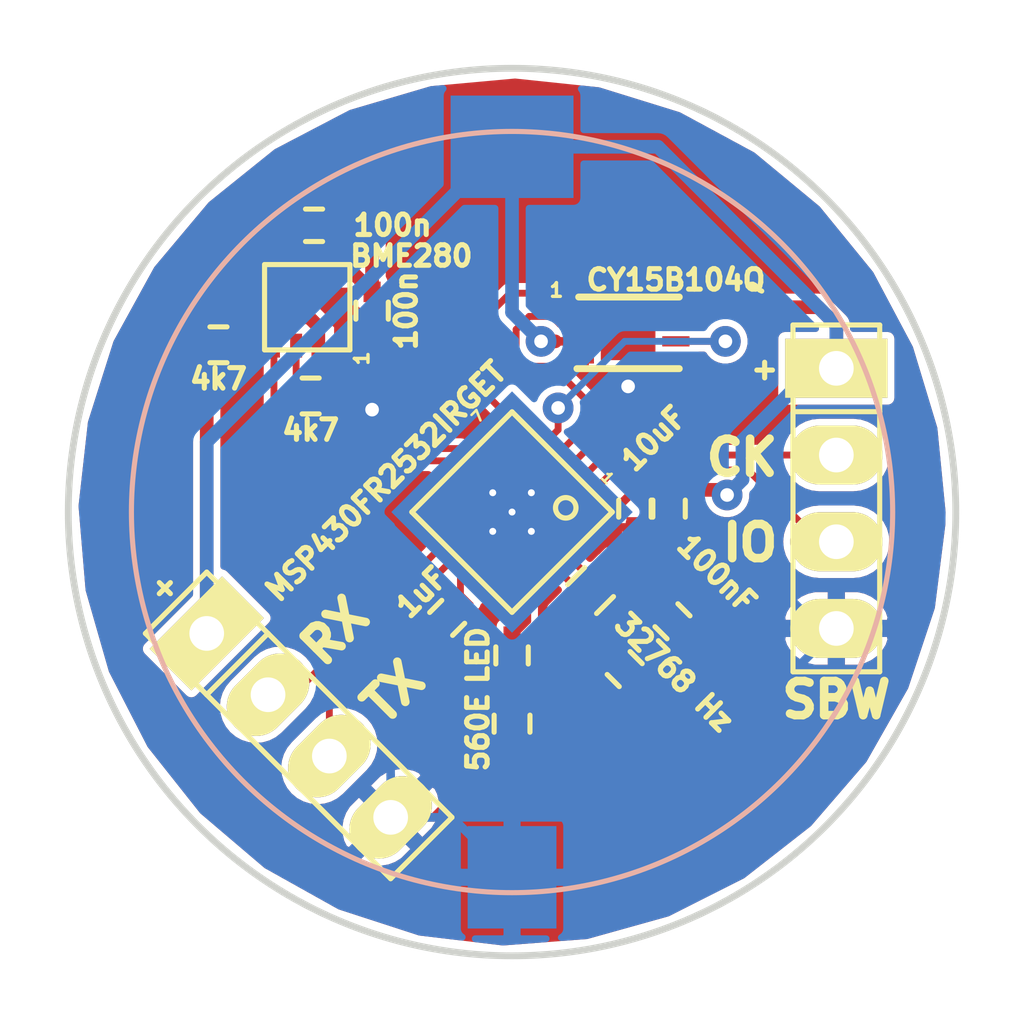
<source format=kicad_pcb>
(kicad_pcb (version 4) (host pcbnew 4.1.0-alpha+201607281302+6996~46~ubuntu14.04.1-product)

  (general
    (links 49)
    (no_connects 0)
    (area 86.899999 86.899999 113.100001 113.100001)
    (thickness 1.6)
    (drawings 12)
    (tracks 168)
    (zones 0)
    (modules 18)
    (nets 18)
  )

  (page A4)
  (layers
    (0 F.Cu signal)
    (31 B.Cu signal)
    (34 B.Paste user)
    (35 F.Paste user)
    (36 B.SilkS user)
    (37 F.SilkS user)
    (38 B.Mask user)
    (39 F.Mask user)
    (40 Dwgs.User user hide)
    (44 Edge.Cuts user)
  )

  (setup
    (last_trace_width 0.2)
    (trace_clearance 0.16)
    (zone_clearance 0.2)
    (zone_45_only no)
    (trace_min 0.2)
    (segment_width 0.2)
    (edge_width 0.2)
    (via_size 0.9)
    (via_drill 0.4)
    (via_min_size 0.4)
    (via_min_drill 0.3)
    (uvia_size 0.3)
    (uvia_drill 0.1)
    (uvias_allowed no)
    (uvia_min_size 0.2)
    (uvia_min_drill 0.1)
    (pcb_text_width 0.3)
    (pcb_text_size 1.5 1.5)
    (mod_edge_width 0.15)
    (mod_text_size 1 1)
    (mod_text_width 0.15)
    (pad_size 1.6 1.6)
    (pad_drill 0)
    (pad_to_mask_clearance 0.2)
    (aux_axis_origin 0 0)
    (visible_elements FFFFFF7F)
    (pcbplotparams
      (layerselection 0x010fc_ffffffff)
      (usegerberextensions false)
      (excludeedgelayer true)
      (linewidth 0.100000)
      (plotframeref false)
      (viasonmask false)
      (mode 1)
      (useauxorigin false)
      (hpglpennumber 1)
      (hpglpenspeed 20)
      (hpglpendiameter 15)
      (psnegative false)
      (psa4output false)
      (plotreference true)
      (plotvalue true)
      (plotinvisibletext false)
      (padsonsilk false)
      (subtractmaskfromsilk false)
      (outputformat 1)
      (mirror false)
      (drillshape 0)
      (scaleselection 1)
      (outputdirectory gerber/))
  )

  (net 0 "")
  (net 1 +BATT)
  (net 2 GND)
  (net 3 "Net-(C1-Pad1)")
  (net 4 "Net-(C2-Pad1)")
  (net 5 "Net-(C3-Pad2)")
  (net 6 "Net-(D1-Pad1)")
  (net 7 "Net-(D1-Pad2)")
  (net 8 /SBWTCK)
  (net 9 /SBWTDIO)
  (net 10 /RX)
  (net 11 /TX)
  (net 12 /SCL)
  (net 13 /SDA)
  (net 14 /MOSI)
  (net 15 /MISO)
  (net 16 /CLK)
  (net 17 /CS)

  (net_class Default "This is the default net class."
    (clearance 0.16)
    (trace_width 0.2)
    (via_dia 0.9)
    (via_drill 0.4)
    (uvia_dia 0.3)
    (uvia_drill 0.1)
    (add_net /CLK)
    (add_net /CS)
    (add_net /MISO)
    (add_net /MOSI)
    (add_net /RX)
    (add_net /SBWTCK)
    (add_net /SBWTDIO)
    (add_net /SCL)
    (add_net /SDA)
    (add_net /TX)
    (add_net "Net-(C1-Pad1)")
    (add_net "Net-(C2-Pad1)")
    (add_net "Net-(C3-Pad2)")
    (add_net "Net-(D1-Pad1)")
    (add_net "Net-(D1-Pad2)")
  )

  (net_class Power ""
    (clearance 0.18)
    (trace_width 0.25)
    (via_dia 0.9)
    (via_drill 0.4)
    (uvia_dia 0.3)
    (uvia_drill 0.1)
    (add_net GND)
  )

  (net_class Vbat ""
    (clearance 0.18)
    (trace_width 0.4)
    (via_dia 0.9)
    (via_drill 0.4)
    (uvia_dia 0.3)
    (uvia_drill 0.1)
    (add_net +BATT)
  )

  (module MSP430FR2532IRGER:MSP430FR2532IRGER (layer F.Cu) (tedit 57D7A397) (tstamp 57D7832F)
    (at 100 100 225)
    (path /57D6B547)
    (clearance 0.153)
    (fp_text reference U1 (at 0 3.1 225) (layer F.SilkS) hide
      (effects (font (size 1 1) (thickness 0.15)))
    )
    (fp_text value MSP430FR2532IRGET (at 1.979899 3.252691 225) (layer F.SilkS)
      (effects (font (size 0.6 0.6) (thickness 0.15)))
    )
    (fp_text user 7 (at -1.272792 2.687006 225) (layer F.SilkS)
      (effects (font (size 0.3 0.3) (thickness 0.075)))
    )
    (fp_text user 1 (at -2.687006 -1.272792 135) (layer F.SilkS)
      (effects (font (size 0.3 0.3) (thickness 0.075)))
    )
    (fp_line (start -2.075 2.075) (end 2.075 2.075) (layer F.SilkS) (width 0.1524))
    (fp_line (start -2.075 -2.075) (end 2.075 -2.075) (layer F.SilkS) (width 0.1524))
    (fp_line (start 2.075 2.075) (end 2.075 -2.075) (layer F.SilkS) (width 0.1524))
    (fp_line (start -2.075 2.075) (end -2.075 -2.075) (layer F.SilkS) (width 0.1524))
    (fp_circle (center -1.2 -1.024999) (end -0.9 -1.024999) (layer F.SilkS) (width 0.1524))
    (pad 1 smd oval (at -1.899999 -1.25 315) (size 0.3416 0.701599) (layers F.Cu F.Paste F.Mask)
      (net 9 /SBWTDIO))
    (pad 2 smd oval (at -1.899999 -0.750001 315) (size 0.3416 0.701599) (layers F.Cu F.Paste F.Mask)
      (net 8 /SBWTCK))
    (pad 3 smd oval (at -1.899999 -0.25 315) (size 0.3416 0.701599) (layers F.Cu F.Paste F.Mask)
      (net 14 /MOSI))
    (pad 4 smd oval (at -1.899999 0.25 315) (size 0.3416 0.701599) (layers F.Cu F.Paste F.Mask)
      (net 15 /MISO))
    (pad 5 smd oval (at -1.899999 0.750001 315) (size 0.3416 0.701599) (layers F.Cu F.Paste F.Mask)
      (net 16 /CLK))
    (pad 6 smd oval (at -1.899999 1.25 315) (size 0.3416 0.701599) (layers F.Cu F.Paste F.Mask)
      (net 17 /CS))
    (pad 7 smd oval (at -1.25 1.899999 225) (size 0.3416 0.701599) (layers F.Cu F.Paste F.Mask))
    (pad 8 smd oval (at -0.750001 1.899999 225) (size 0.3416 0.701599) (layers F.Cu F.Paste F.Mask))
    (pad 9 smd oval (at -0.25 1.899999 225) (size 0.3416 0.701599) (layers F.Cu F.Paste F.Mask)
      (net 13 /SDA))
    (pad 10 smd oval (at 0.25 1.899999 225) (size 0.3416 0.701599) (layers F.Cu F.Paste F.Mask)
      (net 12 /SCL))
    (pad 11 smd oval (at 0.750001 1.899999 225) (size 0.3416 0.701599) (layers F.Cu F.Paste F.Mask))
    (pad 12 smd oval (at 1.25 1.899999 225) (size 0.3416 0.701599) (layers F.Cu F.Paste F.Mask))
    (pad 13 smd oval (at 1.899999 1.25 315) (size 0.3416 0.701599) (layers F.Cu F.Paste F.Mask))
    (pad 14 smd oval (at 1.899999 0.750001 315) (size 0.3416 0.701599) (layers F.Cu F.Paste F.Mask)
      (net 10 /RX))
    (pad 15 smd oval (at 1.899999 0.25 315) (size 0.3416 0.701599) (layers F.Cu F.Paste F.Mask)
      (net 11 /TX))
    (pad 16 smd oval (at 1.899999 -0.25 315) (size 0.3416 0.701599) (layers F.Cu F.Paste F.Mask)
      (net 3 "Net-(C1-Pad1)"))
    (pad 17 smd oval (at 1.899999 -0.750001 315) (size 0.3416 0.701599) (layers F.Cu F.Paste F.Mask))
    (pad 18 smd oval (at 1.899999 -1.25 315) (size 0.3416 0.701599) (layers F.Cu F.Paste F.Mask))
    (pad 19 smd oval (at 1.25 -1.899999 225) (size 0.3416 0.701599) (layers F.Cu F.Paste F.Mask)
      (net 7 "Net-(D1-Pad2)"))
    (pad 20 smd oval (at 0.750001 -1.899999 225) (size 0.3416 0.701599) (layers F.Cu F.Paste F.Mask))
    (pad 21 smd oval (at 0.25 -1.899999 225) (size 0.3416 0.701599) (layers F.Cu F.Paste F.Mask)
      (net 5 "Net-(C3-Pad2)"))
    (pad 22 smd oval (at -0.25 -1.899999 225) (size 0.3416 0.701599) (layers F.Cu F.Paste F.Mask)
      (net 4 "Net-(C2-Pad1)"))
    (pad 23 smd oval (at -0.750001 -1.899999 225) (size 0.3416 0.701599) (layers F.Cu F.Paste F.Mask)
      (net 2 GND))
    (pad 24 smd oval (at -1.25 -1.899999 225) (size 0.3416 0.701599) (layers F.Cu F.Paste F.Mask)
      (net 1 +BATT))
    (pad 25 smd rect (at 0 0 225) (size 2.201601 2.201601) (layers F.Cu F.Paste F.Mask))
    (pad 25 smd rect (at 0 0 225) (size 0.0254 0.0254) (layers F.Cu F.Paste F.Mask))
    (pad V thru_hole circle (at 0 0.800001 225) (size 0.601599 0.601599) (drill 0.2032) (layers *.Cu))
    (pad V thru_hole circle (at 0.800001 0 225) (size 0.601599 0.601599) (drill 0.2032) (layers *.Cu))
    (pad V thru_hole circle (at 0 0 225) (size 0.601599 0.601599) (drill 0.2032) (layers *.Cu))
    (pad V thru_hole circle (at -0.800001 0 225) (size 0.601599 0.601599) (drill 0.2032) (layers *.Cu))
    (pad V thru_hole circle (at 0 -0.800001 225) (size 0.601599 0.601599) (drill 0.2032) (layers *.Cu))
    (pad EP smd rect (at 0 0 225) (size 5 5) (layers B.Cu))
  )

  (module TDFN-8:TDFN-8 (layer F.Cu) (tedit 57D7A39D) (tstamp 57D78B39)
    (at 103.4 94.75)
    (descr "TDFN - 8PIN, 2MMX3MM")
    (tags "TDFN - 8PIN, 2MMX3MM")
    (path /57D6D3DF)
    (attr smd)
    (fp_text reference U2 (at -0.98298 -1.20142) (layer F.SilkS) hide
      (effects (font (size 0.4064 0.4064) (thickness 0.0889)))
    )
    (fp_text value CY15B104Q (at 1.4 -1.55) (layer F.SilkS)
      (effects (font (size 0.6 0.6) (thickness 0.15)))
    )
    (fp_text user 1 (at -2.1 -1.25) (layer F.SilkS)
      (effects (font (size 0.4 0.4) (thickness 0.1)))
    )
    (fp_line (start -1.4478 -1.04902) (end 1.4986 -1.04902) (layer F.SilkS) (width 0.2032))
    (fp_line (start -1.4986 1.04902) (end 1.4986 1.04902) (layer F.SilkS) (width 0.2032))
    (pad 1 smd rect (at -1.39954 -0.7493) (size 0.79756 0.29972) (layers F.Cu F.Paste F.Mask)
      (net 17 /CS))
    (pad 2 smd rect (at -1.39954 -0.24892) (size 0.79756 0.29972) (layers F.Cu F.Paste F.Mask)
      (net 15 /MISO))
    (pad 3 smd rect (at -1.39954 0.24892) (size 0.79756 0.29972) (layers F.Cu F.Paste F.Mask)
      (net 1 +BATT))
    (pad 4 smd rect (at -1.39954 0.7493) (size 0.79756 0.29972) (layers F.Cu F.Paste F.Mask)
      (net 2 GND))
    (pad 5 smd rect (at 1.39954 0.7493) (size 0.79756 0.29972) (layers F.Cu F.Paste F.Mask)
      (net 14 /MOSI))
    (pad 6 smd rect (at 1.39954 0.24892) (size 0.79756 0.29972) (layers F.Cu F.Paste F.Mask)
      (net 16 /CLK))
    (pad 7 smd rect (at 1.39954 -0.24892) (size 0.79756 0.29972) (layers F.Cu F.Paste F.Mask)
      (net 1 +BATT))
    (pad 8 smd rect (at 1.39954 -0.7493) (size 0.79756 0.29972) (layers F.Cu F.Paste F.Mask)
      (net 1 +BATT))
    (pad EP smd rect (at 0 0) (size 1.6 1.6) (layers F.Cu F.Paste F.Mask)
      (clearance 0.153))
  )

  (module BME280:BME280 (layer F.Cu) (tedit 57D7A389) (tstamp 57D710E8)
    (at 94 94 270)
    (path /57D65981)
    (fp_text reference U3 (at 0 0.5 270) (layer F.SilkS) hide
      (effects (font (size 0.15 0.15) (thickness 0.0375)))
    )
    (fp_text value BME280 (at -1.5 -3.05) (layer F.SilkS)
      (effects (font (size 0.6 0.6) (thickness 0.15)))
    )
    (fp_text user 1 (at 1.5 -1.6 270) (layer F.SilkS)
      (effects (font (size 0.4 0.4) (thickness 0.1)))
    )
    (fp_line (start -1.25 -1.25) (end 1.25 -1.25) (layer F.SilkS) (width 0.15))
    (fp_line (start 1.25 -1.25) (end 1.25 1.25) (layer F.SilkS) (width 0.15))
    (fp_line (start 1.25 1.25) (end -1.25 1.25) (layer F.SilkS) (width 0.15))
    (fp_line (start -1.25 1.25) (end -1.25 -1.25) (layer F.SilkS) (width 0.15))
    (pad 1 smd rect (at 1.125 -0.975 270) (size 0.7 0.35) (layers F.Cu F.Paste F.Mask)
      (net 2 GND))
    (pad 2 smd rect (at 1.125 -0.325 270) (size 0.7 0.35) (layers F.Cu F.Paste F.Mask)
      (net 1 +BATT))
    (pad 3 smd rect (at 1.125 0.325 270) (size 0.7 0.35) (layers F.Cu F.Paste F.Mask)
      (net 13 /SDA))
    (pad 4 smd rect (at 1.125 0.975 270) (size 0.7 0.35) (layers F.Cu F.Paste F.Mask)
      (net 12 /SCL))
    (pad 5 smd rect (at -1.125 0.975 270) (size 0.7 0.35) (layers F.Cu F.Paste F.Mask)
      (net 2 GND))
    (pad 6 smd rect (at -1.125 0.325 270) (size 0.7 0.35) (layers F.Cu F.Paste F.Mask)
      (net 1 +BATT))
    (pad 7 smd rect (at -1.125 -0.325 270) (size 0.7 0.35) (layers F.Cu F.Paste F.Mask)
      (net 2 GND))
    (pad 8 smd rect (at -1.125 -0.975 270) (size 0.7 0.35) (layers F.Cu F.Paste F.Mask)
      (net 1 +BATT))
  )

  (module S8421-45R:S8421-45R (layer B.Cu) (tedit 57D77878) (tstamp 57D71056)
    (at 100 100)
    (path /57D68756)
    (fp_text reference B1 (at 0 -0.5) (layer B.SilkS) hide
      (effects (font (size 1 1) (thickness 0.15)) (justify mirror))
    )
    (fp_text value CR2032_holder (at 0 0.5) (layer B.Fab)
      (effects (font (size 1 1) (thickness 0.15)) (justify mirror))
    )
    (fp_circle (center 0 0) (end 0 11.15) (layer B.SilkS) (width 0.15))
    (pad 1 smd rect (at 0 -10.7) (size 3.6 3) (layers B.Cu B.Paste B.Mask)
      (net 1 +BATT))
    (pad 2 smd rect (at 0 10.7) (size 2.6 3) (layers B.Cu B.Paste B.Mask)
      (net 2 GND))
  )

  (module Pin_Headers:Pin_Header_Straight_1x04 (layer F.Cu) (tedit 57D77AA5) (tstamp 57D7108E)
    (at 109.5 99.6 270)
    (descr "Through hole pin header")
    (tags "pin header")
    (path /57D6B683)
    (fp_text reference P1 (at 0 -2.286 270) (layer F.SilkS) hide
      (effects (font (size 1 1) (thickness 0.15)))
    )
    (fp_text value Spy-Bi-Wire (at 0 2.5 270) (layer F.SilkS) hide
      (effects (font (size 1 1) (thickness 0.15)))
    )
    (fp_line (start -2.54 1.27) (end 5.08 1.27) (layer F.SilkS) (width 0.15))
    (fp_line (start -2.54 -1.27) (end 5.08 -1.27) (layer F.SilkS) (width 0.15))
    (fp_line (start -5.08 -1.27) (end -2.54 -1.27) (layer F.SilkS) (width 0.15))
    (fp_line (start 5.08 1.27) (end 5.08 -1.27) (layer F.SilkS) (width 0.15))
    (fp_line (start -2.54 -1.27) (end -2.54 1.27) (layer F.SilkS) (width 0.15))
    (fp_line (start -5.08 -1.27) (end -5.08 1.27) (layer F.SilkS) (width 0.15))
    (fp_line (start -5.08 1.27) (end -2.54 1.27) (layer F.SilkS) (width 0.15))
    (pad 1 thru_hole rect (at -3.81 0 270) (size 1.7272 3) (drill 1.016) (layers *.Cu *.Mask F.SilkS)
      (net 1 +BATT))
    (pad 2 thru_hole oval (at -1.27 0 270) (size 1.7272 2.7) (drill 1.016) (layers *.Cu *.Mask F.SilkS)
      (net 8 /SBWTCK))
    (pad 3 thru_hole oval (at 1.27 0 270) (size 1.7272 2.7) (drill 1.016) (layers *.Cu *.Mask F.SilkS)
      (net 9 /SBWTDIO))
    (pad 4 thru_hole oval (at 3.81 0 270) (size 1.7272 2.7) (drill 1.016) (layers *.Cu *.Mask F.SilkS)
      (net 2 GND))
    (model Pin_Headers/Pin_Header_Straight_1x04.wrl
      (at (xyz 0 0 0))
      (scale (xyz 1 1 1))
      (rotate (xyz 0 0 0))
    )
  )

  (module Pin_Headers:Pin_Header_Straight_1x04 (layer F.Cu) (tedit 57D77AAA) (tstamp 57D71096)
    (at 93.75 106.25 315)
    (descr "Through hole pin header")
    (tags "pin header")
    (path /57D6DC50)
    (fp_text reference P2 (at 0 -2.286 315) (layer F.SilkS) hide
      (effects (font (size 1 1) (thickness 0.15)))
    )
    (fp_text value Serial (at -0.005001 -1.8935 315) (layer F.SilkS) hide
      (effects (font (size 1 1) (thickness 0.15)))
    )
    (fp_line (start -2.54 1.27) (end 5.08 1.27) (layer F.SilkS) (width 0.15))
    (fp_line (start -2.54 -1.27) (end 5.08 -1.27) (layer F.SilkS) (width 0.15))
    (fp_line (start -5.08 -1.27) (end -2.54 -1.27) (layer F.SilkS) (width 0.15))
    (fp_line (start 5.08 1.27) (end 5.08 -1.27) (layer F.SilkS) (width 0.15))
    (fp_line (start -2.54 -1.27) (end -2.54 1.27) (layer F.SilkS) (width 0.15))
    (fp_line (start -5.08 -1.27) (end -5.08 1.27) (layer F.SilkS) (width 0.15))
    (fp_line (start -5.08 1.27) (end -2.54 1.27) (layer F.SilkS) (width 0.15))
    (pad 1 thru_hole rect (at -3.81 0 315) (size 1.7272 3) (drill 1.016) (layers *.Cu *.Mask F.SilkS)
      (net 1 +BATT))
    (pad 2 thru_hole oval (at -1.27 0 315) (size 1.7272 2.7) (drill 1.016) (layers *.Cu *.Mask F.SilkS)
      (net 10 /RX))
    (pad 3 thru_hole oval (at 1.27 0 315) (size 1.7272 2.7) (drill 1.016) (layers *.Cu *.Mask F.SilkS)
      (net 11 /TX))
    (pad 4 thru_hole oval (at 3.81 0 315) (size 1.7272 2.7) (drill 1.016) (layers *.Cu *.Mask F.SilkS)
      (net 2 GND))
    (model Pin_Headers/Pin_Header_Straight_1x04.wrl
      (at (xyz 0 0 0))
      (scale (xyz 1 1 1))
      (rotate (xyz 0 0 0))
    )
  )

  (module Capacitors_SMD:C_0402 (layer F.Cu) (tedit 57D789A1) (tstamp 57D77935)
    (at 98.1 103.1 225)
    (descr "Capacitor SMD 0402, reflow soldering, AVX (see smccp.pdf)")
    (tags "capacitor 0402")
    (path /57D6BBA6)
    (attr smd)
    (fp_text reference C1 (at 0 -1.7 225) (layer F.SilkS) hide
      (effects (font (size 1 1) (thickness 0.15)))
    )
    (fp_text value 1uF (at 0 1.06066 225) (layer F.SilkS)
      (effects (font (size 0.6 0.6) (thickness 0.15)))
    )
    (fp_line (start -1.15 -0.6) (end 1.15 -0.6) (layer F.CrtYd) (width 0.05))
    (fp_line (start -1.15 0.6) (end 1.15 0.6) (layer F.CrtYd) (width 0.05))
    (fp_line (start -1.15 -0.6) (end -1.15 0.6) (layer F.CrtYd) (width 0.05))
    (fp_line (start 1.15 -0.6) (end 1.15 0.6) (layer F.CrtYd) (width 0.05))
    (fp_line (start 0.25 -0.475) (end -0.25 -0.475) (layer F.SilkS) (width 0.15))
    (fp_line (start -0.25 0.475) (end 0.25 0.475) (layer F.SilkS) (width 0.15))
    (pad 1 smd rect (at -0.55 0 225) (size 0.6 0.5) (layers F.Cu F.Paste F.Mask)
      (net 3 "Net-(C1-Pad1)"))
    (pad 2 smd rect (at 0.55 0 225) (size 0.6 0.5) (layers F.Cu F.Paste F.Mask)
      (net 2 GND))
    (model Capacitors_SMD/C_0402.wrl
      (at (xyz 0 0 0))
      (scale (xyz 1 1 1))
      (rotate (xyz 0 0 0))
    )
  )

  (module Capacitors_SMD:C_0402 (layer F.Cu) (tedit 57D7A3C4) (tstamp 57D7793A)
    (at 104.7 103.2 315)
    (descr "Capacitor SMD 0402, reflow soldering, AVX (see smccp.pdf)")
    (tags "capacitor 0402")
    (path /57D6CB54)
    (attr smd)
    (fp_text reference C2 (at 0 -1.7 315) (layer F.SilkS) hide
      (effects (font (size 1 1) (thickness 0.15)))
    )
    (fp_text value 1uF (at 1.909188 -0.070711 315) (layer F.SilkS) hide
      (effects (font (size 0.6 0.6) (thickness 0.15)))
    )
    (fp_line (start -1.15 -0.6) (end 1.15 -0.6) (layer F.CrtYd) (width 0.05))
    (fp_line (start -1.15 0.6) (end 1.15 0.6) (layer F.CrtYd) (width 0.05))
    (fp_line (start -1.15 -0.6) (end -1.15 0.6) (layer F.CrtYd) (width 0.05))
    (fp_line (start 1.15 -0.6) (end 1.15 0.6) (layer F.CrtYd) (width 0.05))
    (fp_line (start 0.25 -0.475) (end -0.25 -0.475) (layer F.SilkS) (width 0.15))
    (fp_line (start -0.25 0.475) (end 0.25 0.475) (layer F.SilkS) (width 0.15))
    (pad 1 smd rect (at -0.55 0 315) (size 0.6 0.5) (layers F.Cu F.Paste F.Mask)
      (net 4 "Net-(C2-Pad1)"))
    (pad 2 smd rect (at 0.55 0 315) (size 0.6 0.5) (layers F.Cu F.Paste F.Mask)
      (net 2 GND))
    (model Capacitors_SMD/C_0402.wrl
      (at (xyz 0 0 0))
      (scale (xyz 1 1 1))
      (rotate (xyz 0 0 0))
    )
  )

  (module Capacitors_SMD:C_0402 (layer F.Cu) (tedit 57D7A3C7) (tstamp 57D7793F)
    (at 103.3 104.6 135)
    (descr "Capacitor SMD 0402, reflow soldering, AVX (see smccp.pdf)")
    (tags "capacitor 0402")
    (path /57D6CB98)
    (attr smd)
    (fp_text reference C3 (at 0 -1.7 135) (layer F.SilkS) hide
      (effects (font (size 1 1) (thickness 0.15)))
    )
    (fp_text value 1uF (at -1.909188 0.070711 135) (layer F.SilkS) hide
      (effects (font (size 0.6 0.6) (thickness 0.15)))
    )
    (fp_line (start -1.15 -0.6) (end 1.15 -0.6) (layer F.CrtYd) (width 0.05))
    (fp_line (start -1.15 0.6) (end 1.15 0.6) (layer F.CrtYd) (width 0.05))
    (fp_line (start -1.15 -0.6) (end -1.15 0.6) (layer F.CrtYd) (width 0.05))
    (fp_line (start 1.15 -0.6) (end 1.15 0.6) (layer F.CrtYd) (width 0.05))
    (fp_line (start 0.25 -0.475) (end -0.25 -0.475) (layer F.SilkS) (width 0.15))
    (fp_line (start -0.25 0.475) (end 0.25 0.475) (layer F.SilkS) (width 0.15))
    (pad 1 smd rect (at -0.55 0 135) (size 0.6 0.5) (layers F.Cu F.Paste F.Mask)
      (net 2 GND))
    (pad 2 smd rect (at 0.55 0 135) (size 0.6 0.5) (layers F.Cu F.Paste F.Mask)
      (net 5 "Net-(C3-Pad2)"))
    (model Capacitors_SMD/C_0402.wrl
      (at (xyz 0 0 0))
      (scale (xyz 1 1 1))
      (rotate (xyz 0 0 0))
    )
  )

  (module Capacitors_SMD:C_0402 (layer F.Cu) (tedit 57D788D4) (tstamp 57D77944)
    (at 100 104.2 90)
    (descr "Capacitor SMD 0402, reflow soldering, AVX (see smccp.pdf)")
    (tags "capacitor 0402")
    (path /57D6F841)
    (attr smd)
    (fp_text reference D1 (at 0 -1.7 90) (layer F.SilkS) hide
      (effects (font (size 1 1) (thickness 0.15)))
    )
    (fp_text value LED (at 0 -1 270) (layer F.SilkS)
      (effects (font (size 0.6 0.6) (thickness 0.15)))
    )
    (fp_line (start -1.15 -0.6) (end 1.15 -0.6) (layer F.CrtYd) (width 0.05))
    (fp_line (start -1.15 0.6) (end 1.15 0.6) (layer F.CrtYd) (width 0.05))
    (fp_line (start -1.15 -0.6) (end -1.15 0.6) (layer F.CrtYd) (width 0.05))
    (fp_line (start 1.15 -0.6) (end 1.15 0.6) (layer F.CrtYd) (width 0.05))
    (fp_line (start 0.25 -0.475) (end -0.25 -0.475) (layer F.SilkS) (width 0.15))
    (fp_line (start -0.25 0.475) (end 0.25 0.475) (layer F.SilkS) (width 0.15))
    (pad 1 smd rect (at -0.55 0 90) (size 0.6 0.5) (layers F.Cu F.Paste F.Mask)
      (net 6 "Net-(D1-Pad1)"))
    (pad 2 smd rect (at 0.55 0 90) (size 0.6 0.5) (layers F.Cu F.Paste F.Mask)
      (net 7 "Net-(D1-Pad2)"))
    (model Capacitors_SMD/C_0402.wrl
      (at (xyz 0 0 0))
      (scale (xyz 1 1 1))
      (rotate (xyz 0 0 0))
    )
  )

  (module Capacitors_SMD:C_0402 (layer F.Cu) (tedit 57D7A41D) (tstamp 57D77949)
    (at 104.6 99.9 270)
    (descr "Capacitor SMD 0402, reflow soldering, AVX (see smccp.pdf)")
    (tags "capacitor 0402")
    (path /57D6E9A8)
    (attr smd)
    (fp_text reference DC11 (at 0 -1.7 270) (layer F.SilkS) hide
      (effects (font (size 1 1) (thickness 0.15)))
    )
    (fp_text value 10uF (at -2.05 0.45 225) (layer F.SilkS)
      (effects (font (size 0.6 0.6) (thickness 0.15)))
    )
    (fp_line (start -1.15 -0.6) (end 1.15 -0.6) (layer F.CrtYd) (width 0.05))
    (fp_line (start -1.15 0.6) (end 1.15 0.6) (layer F.CrtYd) (width 0.05))
    (fp_line (start -1.15 -0.6) (end -1.15 0.6) (layer F.CrtYd) (width 0.05))
    (fp_line (start 1.15 -0.6) (end 1.15 0.6) (layer F.CrtYd) (width 0.05))
    (fp_line (start 0.25 -0.475) (end -0.25 -0.475) (layer F.SilkS) (width 0.15))
    (fp_line (start -0.25 0.475) (end 0.25 0.475) (layer F.SilkS) (width 0.15))
    (pad 1 smd rect (at -0.55 0 270) (size 0.6 0.5) (layers F.Cu F.Paste F.Mask)
      (net 1 +BATT))
    (pad 2 smd rect (at 0.55 0 270) (size 0.6 0.5) (layers F.Cu F.Paste F.Mask)
      (net 2 GND))
    (model Capacitors_SMD/C_0402.wrl
      (at (xyz 0 0 0))
      (scale (xyz 1 1 1))
      (rotate (xyz 0 0 0))
    )
  )

  (module Capacitors_SMD:C_0402 (layer F.Cu) (tedit 57D7A410) (tstamp 57D7794E)
    (at 103.6 99.9 270)
    (descr "Capacitor SMD 0402, reflow soldering, AVX (see smccp.pdf)")
    (tags "capacitor 0402")
    (path /57D6EAC8)
    (attr smd)
    (fp_text reference DC12 (at 0 -1.7 270) (layer F.SilkS) hide
      (effects (font (size 1 1) (thickness 0.15)))
    )
    (fp_text value 100nF (at 1.9 -2.4 315) (layer F.SilkS)
      (effects (font (size 0.6 0.6) (thickness 0.15)))
    )
    (fp_line (start -1.15 -0.6) (end 1.15 -0.6) (layer F.CrtYd) (width 0.05))
    (fp_line (start -1.15 0.6) (end 1.15 0.6) (layer F.CrtYd) (width 0.05))
    (fp_line (start -1.15 -0.6) (end -1.15 0.6) (layer F.CrtYd) (width 0.05))
    (fp_line (start 1.15 -0.6) (end 1.15 0.6) (layer F.CrtYd) (width 0.05))
    (fp_line (start 0.25 -0.475) (end -0.25 -0.475) (layer F.SilkS) (width 0.15))
    (fp_line (start -0.25 0.475) (end 0.25 0.475) (layer F.SilkS) (width 0.15))
    (pad 1 smd rect (at -0.55 0 270) (size 0.6 0.5) (layers F.Cu F.Paste F.Mask)
      (net 1 +BATT))
    (pad 2 smd rect (at 0.55 0 270) (size 0.6 0.5) (layers F.Cu F.Paste F.Mask)
      (net 2 GND))
    (model Capacitors_SMD/C_0402.wrl
      (at (xyz 0 0 0))
      (scale (xyz 1 1 1))
      (rotate (xyz 0 0 0))
    )
  )

  (module Capacitors_SMD:C_0402 (layer F.Cu) (tedit 57D79106) (tstamp 57D77953)
    (at 95.9 94.1 270)
    (descr "Capacitor SMD 0402, reflow soldering, AVX (see smccp.pdf)")
    (tags "capacitor 0402")
    (path /57D650F8)
    (attr smd)
    (fp_text reference DC31 (at 0 -1.7 270) (layer F.SilkS) hide
      (effects (font (size 1 1) (thickness 0.15)))
    )
    (fp_text value 100n (at 0 -1 270) (layer F.SilkS)
      (effects (font (size 0.6 0.6) (thickness 0.15)))
    )
    (fp_line (start -1.15 -0.6) (end 1.15 -0.6) (layer F.CrtYd) (width 0.05))
    (fp_line (start -1.15 0.6) (end 1.15 0.6) (layer F.CrtYd) (width 0.05))
    (fp_line (start -1.15 -0.6) (end -1.15 0.6) (layer F.CrtYd) (width 0.05))
    (fp_line (start 1.15 -0.6) (end 1.15 0.6) (layer F.CrtYd) (width 0.05))
    (fp_line (start 0.25 -0.475) (end -0.25 -0.475) (layer F.SilkS) (width 0.15))
    (fp_line (start -0.25 0.475) (end 0.25 0.475) (layer F.SilkS) (width 0.15))
    (pad 1 smd rect (at -0.55 0 270) (size 0.6 0.5) (layers F.Cu F.Paste F.Mask)
      (net 1 +BATT))
    (pad 2 smd rect (at 0.55 0 270) (size 0.6 0.5) (layers F.Cu F.Paste F.Mask)
      (net 2 GND))
    (model Capacitors_SMD/C_0402.wrl
      (at (xyz 0 0 0))
      (scale (xyz 1 1 1))
      (rotate (xyz 0 0 0))
    )
  )

  (module Capacitors_SMD:C_0402 (layer F.Cu) (tedit 57D78B67) (tstamp 57D77958)
    (at 94.2 91.6)
    (descr "Capacitor SMD 0402, reflow soldering, AVX (see smccp.pdf)")
    (tags "capacitor 0402")
    (path /57D6515E)
    (attr smd)
    (fp_text reference DC32 (at 0 -1.7) (layer F.SilkS) hide
      (effects (font (size 1 1) (thickness 0.15)))
    )
    (fp_text value 100n (at 2.3 0) (layer F.SilkS)
      (effects (font (size 0.6 0.6) (thickness 0.15)))
    )
    (fp_line (start -1.15 -0.6) (end 1.15 -0.6) (layer F.CrtYd) (width 0.05))
    (fp_line (start -1.15 0.6) (end 1.15 0.6) (layer F.CrtYd) (width 0.05))
    (fp_line (start -1.15 -0.6) (end -1.15 0.6) (layer F.CrtYd) (width 0.05))
    (fp_line (start 1.15 -0.6) (end 1.15 0.6) (layer F.CrtYd) (width 0.05))
    (fp_line (start 0.25 -0.475) (end -0.25 -0.475) (layer F.SilkS) (width 0.15))
    (fp_line (start -0.25 0.475) (end 0.25 0.475) (layer F.SilkS) (width 0.15))
    (pad 1 smd rect (at -0.55 0) (size 0.6 0.5) (layers F.Cu F.Paste F.Mask)
      (net 1 +BATT))
    (pad 2 smd rect (at 0.55 0) (size 0.6 0.5) (layers F.Cu F.Paste F.Mask)
      (net 2 GND))
    (model Capacitors_SMD/C_0402.wrl
      (at (xyz 0 0 0))
      (scale (xyz 1 1 1))
      (rotate (xyz 0 0 0))
    )
  )

  (module Resistors_SMD:R_0402 (layer F.Cu) (tedit 57D788D0) (tstamp 57D7795D)
    (at 100 106.2 270)
    (descr "Resistor SMD 0402, reflow soldering, Vishay (see dcrcw.pdf)")
    (tags "resistor 0402")
    (path /57D6FF3F)
    (attr smd)
    (fp_text reference R1 (at 0 -1.8 270) (layer F.SilkS) hide
      (effects (font (size 1 1) (thickness 0.15)))
    )
    (fp_text value 560E (at 0.25 1 270) (layer F.SilkS)
      (effects (font (size 0.6 0.6) (thickness 0.15)))
    )
    (fp_line (start -0.95 -0.65) (end 0.95 -0.65) (layer F.CrtYd) (width 0.05))
    (fp_line (start -0.95 0.65) (end 0.95 0.65) (layer F.CrtYd) (width 0.05))
    (fp_line (start -0.95 -0.65) (end -0.95 0.65) (layer F.CrtYd) (width 0.05))
    (fp_line (start 0.95 -0.65) (end 0.95 0.65) (layer F.CrtYd) (width 0.05))
    (fp_line (start 0.25 -0.525) (end -0.25 -0.525) (layer F.SilkS) (width 0.15))
    (fp_line (start -0.25 0.525) (end 0.25 0.525) (layer F.SilkS) (width 0.15))
    (pad 1 smd rect (at -0.45 0 270) (size 0.4 0.6) (layers F.Cu F.Paste F.Mask)
      (net 6 "Net-(D1-Pad1)"))
    (pad 2 smd rect (at 0.45 0 270) (size 0.4 0.6) (layers F.Cu F.Paste F.Mask)
      (net 2 GND))
    (model Resistors_SMD/R_0402.wrl
      (at (xyz 0 0 0))
      (scale (xyz 1 1 1))
      (rotate (xyz 0 0 0))
    )
  )

  (module Resistors_SMD:R_0402 (layer F.Cu) (tedit 57D782BE) (tstamp 57D77962)
    (at 91.4 95.1)
    (descr "Resistor SMD 0402, reflow soldering, Vishay (see dcrcw.pdf)")
    (tags "resistor 0402")
    (path /57D6516C)
    (attr smd)
    (fp_text reference R2 (at 0 -1.8) (layer F.SilkS) hide
      (effects (font (size 1 1) (thickness 0.15)))
    )
    (fp_text value 4k7 (at 0 1) (layer F.SilkS)
      (effects (font (size 0.6 0.6) (thickness 0.15)))
    )
    (fp_line (start -0.95 -0.65) (end 0.95 -0.65) (layer F.CrtYd) (width 0.05))
    (fp_line (start -0.95 0.65) (end 0.95 0.65) (layer F.CrtYd) (width 0.05))
    (fp_line (start -0.95 -0.65) (end -0.95 0.65) (layer F.CrtYd) (width 0.05))
    (fp_line (start 0.95 -0.65) (end 0.95 0.65) (layer F.CrtYd) (width 0.05))
    (fp_line (start 0.25 -0.525) (end -0.25 -0.525) (layer F.SilkS) (width 0.15))
    (fp_line (start -0.25 0.525) (end 0.25 0.525) (layer F.SilkS) (width 0.15))
    (pad 1 smd rect (at -0.45 0) (size 0.4 0.6) (layers F.Cu F.Paste F.Mask)
      (net 1 +BATT))
    (pad 2 smd rect (at 0.45 0) (size 0.4 0.6) (layers F.Cu F.Paste F.Mask)
      (net 12 /SCL))
    (model Resistors_SMD/R_0402.wrl
      (at (xyz 0 0 0))
      (scale (xyz 1 1 1))
      (rotate (xyz 0 0 0))
    )
  )

  (module Resistors_SMD:R_0402 (layer F.Cu) (tedit 57D782C2) (tstamp 57D77967)
    (at 94.1 96.6)
    (descr "Resistor SMD 0402, reflow soldering, Vishay (see dcrcw.pdf)")
    (tags "resistor 0402")
    (path /57D651B6)
    (attr smd)
    (fp_text reference R3 (at 0 -1.8) (layer F.SilkS) hide
      (effects (font (size 1 1) (thickness 0.15)))
    )
    (fp_text value 4k7 (at 0 1) (layer F.SilkS)
      (effects (font (size 0.6 0.6) (thickness 0.15)))
    )
    (fp_line (start -0.95 -0.65) (end 0.95 -0.65) (layer F.CrtYd) (width 0.05))
    (fp_line (start -0.95 0.65) (end 0.95 0.65) (layer F.CrtYd) (width 0.05))
    (fp_line (start -0.95 -0.65) (end -0.95 0.65) (layer F.CrtYd) (width 0.05))
    (fp_line (start 0.95 -0.65) (end 0.95 0.65) (layer F.CrtYd) (width 0.05))
    (fp_line (start 0.25 -0.525) (end -0.25 -0.525) (layer F.SilkS) (width 0.15))
    (fp_line (start -0.25 0.525) (end 0.25 0.525) (layer F.SilkS) (width 0.15))
    (pad 1 smd rect (at -0.45 0) (size 0.4 0.6) (layers F.Cu F.Paste F.Mask)
      (net 13 /SDA))
    (pad 2 smd rect (at 0.45 0) (size 0.4 0.6) (layers F.Cu F.Paste F.Mask)
      (net 1 +BATT))
    (model Resistors_SMD/R_0402.wrl
      (at (xyz 0 0 0))
      (scale (xyz 1 1 1))
      (rotate (xyz 0 0 0))
    )
  )

  (module Capacitors_SMD:C_0603 (layer F.Cu) (tedit 57D7A3E3) (tstamp 57D783F6)
    (at 102.3 102.3 45)
    (descr "Capacitor SMD 0603, reflow soldering, AVX (see smccp.pdf)")
    (tags "capacitor 0603")
    (path /57D6C8F5)
    (attr smd)
    (fp_text reference Y1 (at 0 -1.9 45) (layer F.SilkS) hide
      (effects (font (size 1 1) (thickness 0.15)))
    )
    (fp_text value "32768 Hz" (at 0.035355 3.429468 135) (layer F.SilkS)
      (effects (font (size 0.6 0.6) (thickness 0.15)))
    )
    (fp_line (start -1.45 -0.75) (end 1.45 -0.75) (layer F.CrtYd) (width 0.05))
    (fp_line (start -1.45 0.75) (end 1.45 0.75) (layer F.CrtYd) (width 0.05))
    (fp_line (start -1.45 -0.75) (end -1.45 0.75) (layer F.CrtYd) (width 0.05))
    (fp_line (start 1.45 -0.75) (end 1.45 0.75) (layer F.CrtYd) (width 0.05))
    (fp_line (start -0.35 -0.6) (end 0.35 -0.6) (layer F.SilkS) (width 0.15))
    (fp_line (start 0.35 0.6) (end -0.35 0.6) (layer F.SilkS) (width 0.15))
    (pad 1 smd rect (at -0.75 0 45) (size 0.8 0.75) (layers F.Cu F.Paste F.Mask)
      (net 5 "Net-(C3-Pad2)"))
    (pad 2 smd rect (at 0.75 0 45) (size 0.8 0.75) (layers F.Cu F.Paste F.Mask)
      (net 4 "Net-(C2-Pad1)"))
    (model Capacitors_SMD/C_0603.wrl
      (at (xyz 0 0 0))
      (scale (xyz 1 1 1))
      (rotate (xyz 0 0 0))
    )
  )

  (gr_text + (at 107.4 95.8) (layer F.SilkS) (tstamp 57D7A3DB)
    (effects (font (size 0.6 0.6) (thickness 0.15)))
  )
  (gr_text + (at 89.8 102.2 45) (layer F.SilkS)
    (effects (font (size 0.6 0.6) (thickness 0.15)))
  )
  (gr_line (start 100 86) (end 100 114) (angle 90) (layer Dwgs.User) (width 0.2))
  (gr_line (start 114 100) (end 86 100) (angle 90) (layer Dwgs.User) (width 0.2))
  (gr_circle (center 100 100) (end 113 100) (layer Edge.Cuts) (width 0.2))
  (gr_line (start 113 113) (end 87 87) (angle 90) (layer Dwgs.User) (width 0.2))
  (gr_line (start 113 87) (end 87 113) (angle 90) (layer Dwgs.User) (width 0.2))
  (gr_text RX (at 94 104.3 45) (layer F.SilkS)
    (effects (font (size 1 1) (thickness 0.25)) (justify left))
  )
  (gr_text TX (at 95.8 106 45) (layer F.SilkS)
    (effects (font (size 1 1) (thickness 0.25)) (justify left))
  )
  (gr_text SBW (at 109.5 105.5) (layer F.SilkS)
    (effects (font (size 1 1) (thickness 0.25)))
  )
  (gr_text CK (at 107.9 98.4) (layer F.SilkS)
    (effects (font (size 1 1) (thickness 0.25)) (justify right))
  )
  (gr_text IO (at 107.9 100.9) (layer F.SilkS)
    (effects (font (size 1 1) (thickness 0.25)) (justify right))
  )

  (segment (start 102.00046 94.99892) (end 101.266738 95) (width 0.25) (layer F.Cu) (net 1))
  (segment (start 100.85 95) (end 101.266738 95) (width 0.4) (layer F.Cu) (net 1))
  (segment (start 104.79954 94.0007) (end 104.79954 94.469059) (width 0.4) (layer F.Cu) (net 1))
  (segment (start 109.5 95.79) (end 109.5 94.5264) (width 0.4) (layer F.Cu) (net 1))
  (segment (start 109.5 94.5264) (end 108.9743 94.0007) (width 0.4) (layer F.Cu) (net 1))
  (segment (start 108.9743 94.0007) (end 105.59832 94.0007) (width 0.4) (layer F.Cu) (net 1))
  (segment (start 105.59832 94.0007) (end 104.79954 94.0007) (width 0.4) (layer F.Cu) (net 1))
  (segment (start 104.6 99.35) (end 106.15 99.35) (width 0.4) (layer F.Cu) (net 1))
  (segment (start 106.15 99.35) (end 106.3 99.5) (width 0.4) (layer F.Cu) (net 1))
  (segment (start 104.6 99.35) (end 103.6 99.35) (width 0.4) (layer F.Cu) (net 1))
  (segment (start 94.975 92.875) (end 95.225 92.875) (width 0.4) (layer F.Cu) (net 1))
  (segment (start 95.225 92.875) (end 95.9 93.55) (width 0.4) (layer F.Cu) (net 1))
  (segment (start 95.9 93.55) (end 95.9 91.515998) (width 0.4) (layer F.Cu) (net 1))
  (segment (start 95.9 91.515998) (end 95.354001 90.969999) (width 0.4) (layer F.Cu) (net 1))
  (segment (start 95.354001 90.969999) (end 94.145999 90.969999) (width 0.4) (layer F.Cu) (net 1))
  (segment (start 94.145999 90.969999) (end 93.675 91.440998) (width 0.4) (layer F.Cu) (net 1))
  (segment (start 93.675 91.440998) (end 93.675 92.125) (width 0.4) (layer F.Cu) (net 1))
  (segment (start 93.675 92.125) (end 93.675 92.875) (width 0.4) (layer F.Cu) (net 1))
  (segment (start 93.675 92.875) (end 93.675 91.625) (width 0.4) (layer F.Cu) (net 1))
  (segment (start 93.675 91.625) (end 93.65 91.6) (width 0.4) (layer F.Cu) (net 1))
  (segment (start 94.325 95.125) (end 94.325 96.375) (width 0.4) (layer F.Cu) (net 1))
  (segment (start 94.325 96.375) (end 94.55 96.6) (width 0.4) (layer F.Cu) (net 1))
  (segment (start 90.95 95.1) (end 90.95 94.4) (width 0.4) (layer F.Cu) (net 1))
  (segment (start 90.95 94.4) (end 91.055001 94.294999) (width 0.4) (layer F.Cu) (net 1))
  (segment (start 91.055001 94.294999) (end 94.054001 94.294999) (width 0.4) (layer F.Cu) (net 1))
  (segment (start 94.054001 94.294999) (end 94.325 94.565998) (width 0.4) (layer F.Cu) (net 1))
  (segment (start 94.325 94.565998) (end 94.325 95.125) (width 0.4) (layer F.Cu) (net 1))
  (segment (start 90.95 95.1) (end 90.95 93.6) (width 0.4) (layer F.Cu) (net 1))
  (segment (start 90.95 93.6) (end 92.95 91.6) (width 0.4) (layer F.Cu) (net 1))
  (segment (start 92.95 91.6) (end 93.65 91.6) (width 0.4) (layer F.Cu) (net 1))
  (segment (start 91.055923 103.555923) (end 91.055923 95.205923) (width 0.4) (layer F.Cu) (net 1))
  (segment (start 91.055923 95.205923) (end 90.95 95.1) (width 0.4) (layer F.Cu) (net 1))
  (segment (start 91.055923 103.555923) (end 91.055923 97.944077) (width 0.4) (layer B.Cu) (net 1))
  (segment (start 91.055923 97.944077) (end 99.7 89.3) (width 0.4) (layer B.Cu) (net 1))
  (segment (start 99.7 89.3) (end 100 89.3) (width 0.4) (layer B.Cu) (net 1))
  (segment (start 106.3 99.5) (end 106.749999 99.050001) (width 0.4) (layer B.Cu) (net 1))
  (segment (start 106.749999 99.050001) (end 106.749999 97.903601) (width 0.4) (layer B.Cu) (net 1))
  (segment (start 106.749999 97.903601) (end 108.8636 95.79) (width 0.4) (layer B.Cu) (net 1))
  (segment (start 108.8636 95.79) (end 109.5 95.79) (width 0.4) (layer B.Cu) (net 1))
  (segment (start 100 89.3) (end 100 94.15) (width 0.4) (layer B.Cu) (net 1))
  (segment (start 100 94.15) (end 100.85 95) (width 0.4) (layer B.Cu) (net 1))
  (segment (start 109.5 95.79) (end 109.5 94.5264) (width 0.4) (layer B.Cu) (net 1))
  (segment (start 102.2 89.3) (end 100 89.3) (width 0.4) (layer B.Cu) (net 1))
  (segment (start 104.2736 89.3) (end 102.2 89.3) (width 0.4) (layer B.Cu) (net 1))
  (segment (start 109.5 94.5264) (end 104.2736 89.3) (width 0.4) (layer B.Cu) (net 1))
  (via (at 106.3 99.5) (size 0.9) (drill 0.4) (layers F.Cu B.Cu) (net 1))
  (segment (start 102.227386 100.459619) (end 102.490381 100.459619) (width 0.25) (layer F.Cu) (net 1))
  (segment (start 102.490381 100.459619) (end 103.6 99.35) (width 0.25) (layer F.Cu) (net 1))
  (via (at 100.85 95) (size 0.9) (drill 0.4) (layers F.Cu B.Cu) (net 1))
  (segment (start 104.79954 94.50108) (end 104.79954 94.0007) (width 0.25) (layer F.Cu) (net 1))
  (segment (start 95.9 97) (end 95.9 99.866884) (width 0.25) (layer B.Cu) (net 2))
  (segment (start 95.9 99.866884) (end 96.444077 100.410961) (width 0.25) (layer B.Cu) (net 2))
  (segment (start 96.444077 100.410961) (end 96.444077 107.709796) (width 0.25) (layer B.Cu) (net 2))
  (segment (start 96.444077 107.709796) (end 96.444077 108.944077) (width 0.25) (layer B.Cu) (net 2))
  (segment (start 95.9 94.65) (end 95.9 97) (width 0.25) (layer F.Cu) (net 2))
  (via (at 95.9 97) (size 0.9) (drill 0.4) (layers F.Cu B.Cu) (net 2))
  (segment (start 104.6 100.45) (end 104.6 100.5) (width 0.25) (layer F.Cu) (net 2))
  (segment (start 104.6 100.5) (end 107.51 103.41) (width 0.25) (layer F.Cu) (net 2))
  (segment (start 107.51 103.41) (end 107.9 103.41) (width 0.25) (layer F.Cu) (net 2))
  (segment (start 107.9 103.41) (end 109.5 103.41) (width 0.25) (layer F.Cu) (net 2))
  (segment (start 103.6 100.45) (end 104.6 100.45) (width 0.25) (layer F.Cu) (net 2))
  (segment (start 101.873833 100.813171) (end 102.192595 101.131933) (width 0.25) (layer F.Cu) (net 2))
  (segment (start 102.192595 101.131933) (end 102.482528 101.131933) (width 0.25) (layer F.Cu) (net 2))
  (segment (start 102.482528 101.131933) (end 103.164461 100.45) (width 0.25) (layer F.Cu) (net 2))
  (segment (start 103.164461 100.45) (end 103.6 100.45) (width 0.25) (layer F.Cu) (net 2))
  (segment (start 104.7 100.3) (end 104.75 100.3) (width 0.25) (layer F.Cu) (net 2))
  (segment (start 109.0136 103.41) (end 109.5 103.41) (width 0.25) (layer F.Cu) (net 2))
  (segment (start 94.75 91.6) (end 94.325 92.025) (width 0.25) (layer F.Cu) (net 2))
  (segment (start 94.325 92.025) (end 94.325 92.875) (width 0.25) (layer F.Cu) (net 2))
  (segment (start 93.025 92.875) (end 93.025 93.475) (width 0.25) (layer F.Cu) (net 2))
  (segment (start 93.025 93.475) (end 93.180001 93.630001) (width 0.25) (layer F.Cu) (net 2))
  (segment (start 93.180001 93.630001) (end 94.169999 93.630001) (width 0.25) (layer F.Cu) (net 2))
  (segment (start 94.169999 93.630001) (end 94.325 93.475) (width 0.25) (layer F.Cu) (net 2))
  (segment (start 94.325 92.875) (end 94.325 93.475) (width 0.25) (layer F.Cu) (net 2))
  (segment (start 94.325 93.475) (end 94.975 94.125) (width 0.25) (layer F.Cu) (net 2))
  (segment (start 94.975 94.125) (end 94.975 94.525) (width 0.25) (layer F.Cu) (net 2))
  (segment (start 94.975 94.525) (end 94.975 95.125) (width 0.25) (layer F.Cu) (net 2))
  (segment (start 95.9 94.65) (end 95.45 94.65) (width 0.25) (layer F.Cu) (net 2))
  (segment (start 95.45 94.65) (end 94.975 95.125) (width 0.25) (layer F.Cu) (net 2))
  (segment (start 103.4 96.319802) (end 103.849999 96.769801) (width 0.25) (layer B.Cu) (net 2))
  (segment (start 103.849999 96.769801) (end 103.849999 98.246399) (width 0.25) (layer B.Cu) (net 2))
  (segment (start 103.849999 98.246399) (end 109.0136 103.41) (width 0.25) (layer B.Cu) (net 2))
  (segment (start 109.0136 103.41) (end 109.5 103.41) (width 0.25) (layer B.Cu) (net 2))
  (segment (start 102.00046 95.4993) (end 102.00046 95.89916) (width 0.25) (layer F.Cu) (net 2))
  (segment (start 102.00046 95.89916) (end 102.421102 96.319802) (width 0.25) (layer F.Cu) (net 2))
  (segment (start 102.421102 96.319802) (end 103.4 96.319802) (width 0.25) (layer F.Cu) (net 2))
  (via (at 103.4 96.319802) (size 0.9) (drill 0.4) (layers F.Cu B.Cu) (net 2))
  (segment (start 96.444077 108.944077) (end 103.965923 108.944077) (width 0.25) (layer B.Cu) (net 2))
  (segment (start 103.965923 108.944077) (end 109.5 103.41) (width 0.25) (layer B.Cu) (net 2) (tstamp 57D7930A))
  (segment (start 96.444077 108.944077) (end 98.244077 108.944077) (width 0.25) (layer B.Cu) (net 2))
  (segment (start 98.244077 108.944077) (end 100 110.7) (width 0.25) (layer B.Cu) (net 2) (tstamp 57D79306))
  (segment (start 96.444077 108.944077) (end 97.705923 108.944077) (width 0.25) (layer F.Cu) (net 2))
  (segment (start 97.705923 108.944077) (end 100 106.65) (width 0.25) (layer F.Cu) (net 2) (tstamp 57D79301))
  (segment (start 109.5 103.41) (end 105.267818 103.41) (width 0.25) (layer F.Cu) (net 2))
  (segment (start 105.267818 103.41) (end 105.088909 103.588909) (width 0.25) (layer F.Cu) (net 2) (tstamp 57D792FE))
  (segment (start 97.711091 103.488909) (end 97.711091 105.761091) (width 0.25) (layer F.Cu) (net 2))
  (segment (start 98.6 106.65) (end 100 106.65) (width 0.25) (layer F.Cu) (net 2) (tstamp 57D792FB))
  (segment (start 97.711091 105.761091) (end 98.6 106.65) (width 0.25) (layer F.Cu) (net 2) (tstamp 57D792FA))
  (segment (start 103.688909 104.988909) (end 102.027818 106.65) (width 0.25) (layer F.Cu) (net 2))
  (segment (start 102.027818 106.65) (end 100 106.65) (width 0.25) (layer F.Cu) (net 2) (tstamp 57D792F5))
  (segment (start 105.088909 103.588909) (end 103.688909 104.988909) (width 0.25) (layer F.Cu) (net 2))
  (segment (start 98.833275 101.520279) (end 98.488909 101.864645) (width 0.2) (layer F.Cu) (net 3))
  (segment (start 98.488909 101.864645) (end 98.488909 102.711091) (width 0.2) (layer F.Cu) (net 3))
  (segment (start 102.83033 101.76967) (end 103.871751 102.811091) (width 0.2) (layer F.Cu) (net 4))
  (segment (start 103.871751 102.811091) (end 104.311091 102.811091) (width 0.2) (layer F.Cu) (net 4) (tstamp 57D792E9))
  (segment (start 101.520279 101.166725) (end 102.123224 101.76967) (width 0.2) (layer F.Cu) (net 4))
  (segment (start 102.123224 101.76967) (end 102.83033 101.76967) (width 0.2) (layer F.Cu) (net 4) (tstamp 57D792E3))
  (segment (start 101.76967 102.83033) (end 102.911091 103.971751) (width 0.2) (layer F.Cu) (net 5))
  (segment (start 102.911091 103.971751) (end 102.911091 104.211091) (width 0.2) (layer F.Cu) (net 5) (tstamp 57D792EC))
  (segment (start 101.166725 101.520279) (end 101.76967 102.123224) (width 0.2) (layer F.Cu) (net 5))
  (segment (start 101.76967 102.123224) (end 101.76967 102.83033) (width 0.2) (layer F.Cu) (net 5) (tstamp 57D792E6))
  (segment (start 100 104.75) (end 100 105.75) (width 0.2) (layer F.Cu) (net 6))
  (segment (start 100.459619 102.227386) (end 100.459619 103.190381) (width 0.2) (layer F.Cu) (net 7))
  (segment (start 100.459619 103.190381) (end 100 103.65) (width 0.2) (layer F.Cu) (net 7))
  (segment (start 101.873833 99.186829) (end 102.730662 98.33) (width 0.2) (layer F.Cu) (net 8))
  (segment (start 102.730662 98.33) (end 109.5 98.33) (width 0.2) (layer F.Cu) (net 8))
  (segment (start 102.227386 99.540381) (end 102.997768 98.769999) (width 0.2) (layer F.Cu) (net 9))
  (segment (start 102.997768 98.769999) (end 106.913599 98.769999) (width 0.2) (layer F.Cu) (net 9))
  (segment (start 106.913599 98.769999) (end 109.0136 100.87) (width 0.2) (layer F.Cu) (net 9))
  (segment (start 109.0136 100.87) (end 109.5 100.87) (width 0.2) (layer F.Cu) (net 9))
  (segment (start 98.126167 100.813171) (end 93.587364 105.351974) (width 0.2) (layer F.Cu) (net 10))
  (segment (start 93.587364 105.351974) (end 92.851974 105.351974) (width 0.2) (layer F.Cu) (net 10))
  (segment (start 98.479721 101.166725) (end 94.648026 104.99842) (width 0.2) (layer F.Cu) (net 11))
  (segment (start 94.648026 104.99842) (end 94.648026 107.148026) (width 0.2) (layer F.Cu) (net 11))
  (segment (start 94.581998 98.5) (end 98.146446 98.5) (width 0.2) (layer F.Cu) (net 12))
  (segment (start 98.146446 98.5) (end 98.479721 98.833275) (width 0.2) (layer F.Cu) (net 12))
  (segment (start 93.025 96.943002) (end 94.581998 98.5) (width 0.2) (layer F.Cu) (net 12))
  (segment (start 93.025 95.125) (end 93.025 96.943002) (width 0.2) (layer F.Cu) (net 12))
  (segment (start 98.275836 98.62939) (end 98.479721 98.833275) (width 0.2) (layer F.Cu) (net 12))
  (segment (start 98.255836 98.60939) (end 98.479721 98.833275) (width 0.2) (layer F.Cu) (net 12))
  (segment (start 93.025 95.125) (end 91.875 95.125) (width 0.2) (layer F.Cu) (net 12))
  (segment (start 91.875 95.125) (end 91.85 95.1) (width 0.2) (layer F.Cu) (net 12))
  (segment (start 98.493543 98.139989) (end 98.514513 98.160959) (width 0.2) (layer F.Cu) (net 13))
  (segment (start 93.65 96.7) (end 95.089989 98.139989) (width 0.2) (layer F.Cu) (net 13))
  (segment (start 98.514513 98.160959) (end 98.833275 98.479721) (width 0.2) (layer F.Cu) (net 13))
  (segment (start 93.65 96.6) (end 93.65 96.7) (width 0.2) (layer F.Cu) (net 13))
  (segment (start 95.089989 98.139989) (end 98.493543 98.139989) (width 0.2) (layer F.Cu) (net 13))
  (segment (start 93.675 95.125) (end 93.675 96.575) (width 0.2) (layer F.Cu) (net 13))
  (segment (start 93.675 96.575) (end 93.65 96.6) (width 0.2) (layer F.Cu) (net 13))
  (segment (start 104.79954 95.84916) (end 104.79954 95.4993) (width 0.2) (layer F.Cu) (net 14))
  (segment (start 104.79954 96.000666) (end 104.79954 95.84916) (width 0.2) (layer F.Cu) (net 14))
  (segment (start 103.750402 97.049804) (end 104.79954 96.000666) (width 0.2) (layer F.Cu) (net 14))
  (segment (start 103.30375 97.049804) (end 103.750402 97.049804) (width 0.2) (layer F.Cu) (net 14))
  (segment (start 101.520279 98.833275) (end 103.30375 97.049804) (width 0.2) (layer F.Cu) (net 14))
  (segment (start 101.40168 94.50108) (end 102.00046 94.50108) (width 0.2) (layer F.Cu) (net 15))
  (segment (start 101.170598 94.269998) (end 101.40168 94.50108) (width 0.2) (layer F.Cu) (net 15))
  (segment (start 100.499598 94.269998) (end 101.170598 94.269998) (width 0.2) (layer F.Cu) (net 15))
  (segment (start 100.119998 94.649598) (end 100.499598 94.269998) (width 0.2) (layer F.Cu) (net 15))
  (segment (start 100.119998 95.350402) (end 100.119998 94.649598) (width 0.2) (layer F.Cu) (net 15))
  (segment (start 102.15 96.7) (end 101.180002 95.730002) (width 0.2) (layer F.Cu) (net 15))
  (segment (start 102.15 97.496446) (end 102.15 96.7) (width 0.2) (layer F.Cu) (net 15))
  (segment (start 100.499598 95.730002) (end 100.119998 95.350402) (width 0.2) (layer F.Cu) (net 15))
  (segment (start 101.166725 98.479721) (end 102.15 97.496446) (width 0.2) (layer F.Cu) (net 15))
  (segment (start 101.180002 95.730002) (end 100.499598 95.730002) (width 0.2) (layer F.Cu) (net 15))
  (segment (start 100.813171 98.126167) (end 101.35 97.589338) (width 0.2) (layer F.Cu) (net 16))
  (segment (start 106.24892 94.99892) (end 104.79954 94.99892) (width 0.2) (layer F.Cu) (net 16) (tstamp 57D792BB))
  (segment (start 106.25 95) (end 106.24892 94.99892) (width 0.2) (layer F.Cu) (net 16) (tstamp 57D792BA))
  (via (at 106.25 95) (size 0.9) (drill 0.4) (layers F.Cu B.Cu) (net 16))
  (segment (start 103.3 95) (end 106.25 95) (width 0.2) (layer B.Cu) (net 16) (tstamp 57D792B7))
  (segment (start 101.35 96.95) (end 103.3 95) (width 0.2) (layer B.Cu) (net 16) (tstamp 57D792B6))
  (via (at 101.35 96.95) (size 0.9) (drill 0.4) (layers F.Cu B.Cu) (net 16))
  (segment (start 101.35 97.589338) (end 101.35 96.95) (width 0.2) (layer F.Cu) (net 16) (tstamp 57D792B4))
  (segment (start 100.459619 97.772614) (end 99.339988 96.652983) (width 0.2) (layer F.Cu) (net 17))
  (segment (start 101.340827 93.589987) (end 101.75154 94.0007) (width 0.2) (layer F.Cu) (net 17))
  (segment (start 99.339988 96.652983) (end 99.339988 94.192192) (width 0.2) (layer F.Cu) (net 17))
  (segment (start 99.339988 94.192192) (end 99.942193 93.589987) (width 0.2) (layer F.Cu) (net 17))
  (segment (start 101.75154 94.0007) (end 102.00046 94.0007) (width 0.2) (layer F.Cu) (net 17))
  (segment (start 99.942193 93.589987) (end 101.340827 93.589987) (width 0.2) (layer F.Cu) (net 17))

  (zone (net 2) (net_name GND) (layer F.Cu) (tstamp 57D79AA6) (hatch edge 0.508)
    (connect_pads (clearance 0.2))
    (min_thickness 0.2)
    (fill yes (arc_segments 32) (thermal_gap 0.2) (thermal_bridge_width 0.5))
    (polygon
      (pts
        (xy 85 85) (xy 115 85) (xy 115 115) (xy 85 115)
      )
    )
    (filled_polygon
      (pts
        (xy 102.533582 87.657352) (xy 104.882696 88.384524) (xy 107.045831 89.554127) (xy 108.940591 91.121609) (xy 110.494808 93.027266)
        (xy 111.64928 95.198513) (xy 112.360035 97.552647) (xy 112.6 100) (xy 112.595087 100.351813) (xy 112.286882 102.791511)
        (xy 111.510673 105.124882) (xy 110.296026 107.263047) (xy 108.689206 109.124565) (xy 106.751418 110.638532) (xy 104.55647 111.74728)
        (xy 102.187967 112.408578) (xy 99.736126 112.597237) (xy 97.294335 112.306071) (xy 94.955602 111.54617) (xy 92.809009 110.34648)
        (xy 92.585777 110.156494) (xy 95.443792 110.156494) (xy 95.543253 110.3097) (xy 95.726016 110.399991) (xy 95.950141 110.451612)
        (xy 96.18003 110.458518) (xy 96.406849 110.420442) (xy 96.621881 110.338847) (xy 96.816864 110.216869) (xy 97.1608 109.872932)
        (xy 96.444077 109.156209) (xy 95.443792 110.156494) (xy 92.585777 110.156494) (xy 91.471446 109.208124) (xy 94.929636 109.208124)
        (xy 94.936542 109.438013) (xy 94.988163 109.662138) (xy 95.078454 109.844901) (xy 95.23166 109.944362) (xy 96.231945 108.944077)
        (xy 96.656209 108.944077) (xy 97.372932 109.6608) (xy 97.716869 109.316864) (xy 97.838847 109.121881) (xy 97.920442 108.906849)
        (xy 97.958518 108.68003) (xy 97.951612 108.450141) (xy 97.899991 108.226016) (xy 97.8097 108.043253) (xy 97.656494 107.943792)
        (xy 96.656209 108.944077) (xy 96.231945 108.944077) (xy 95.515222 108.227354) (xy 95.171285 108.57129) (xy 95.049307 108.766273)
        (xy 94.967712 108.981305) (xy 94.929636 109.208124) (xy 91.471446 109.208124) (xy 90.936319 108.752695) (xy 89.408861 106.825523)
        (xy 88.284816 104.638369) (xy 88.103466 104.005926) (xy 89.083154 104.005926) (xy 89.088946 104.064736) (xy 89.106101 104.121286)
        (xy 89.133958 104.173403) (xy 89.171447 104.219084) (xy 90.392762 105.440399) (xy 90.438443 105.477888) (xy 90.49056 105.505745)
        (xy 90.54711 105.5229) (xy 90.60592 105.528692) (xy 90.66473 105.5229) (xy 90.72128 105.505745) (xy 90.773397 105.477888)
        (xy 90.819078 105.440399) (xy 92.940399 103.319078) (xy 92.977888 103.273397) (xy 93.005745 103.22128) (xy 93.0229 103.16473)
        (xy 93.028692 103.10592) (xy 93.0229 103.04711) (xy 93.005745 102.99056) (xy 92.977888 102.938443) (xy 92.940399 102.892762)
        (xy 91.719084 101.671447) (xy 91.673403 101.633958) (xy 91.621286 101.606101) (xy 91.564736 101.588946) (xy 91.555923 101.588078)
        (xy 91.555923 95.68496) (xy 91.59119 95.695659) (xy 91.65 95.701451) (xy 92.05 95.701451) (xy 92.10881 95.695659)
        (xy 92.16536 95.678504) (xy 92.217477 95.650647) (xy 92.263158 95.613158) (xy 92.300647 95.567477) (xy 92.323351 95.525)
        (xy 92.553473 95.525) (xy 92.554341 95.53381) (xy 92.571496 95.59036) (xy 92.599353 95.642477) (xy 92.625 95.673728)
        (xy 92.625 96.943002) (xy 92.628607 96.979786) (xy 92.631826 97.016582) (xy 92.632413 97.018601) (xy 92.632618 97.020696)
        (xy 92.643301 97.056079) (xy 92.653606 97.091549) (xy 92.654574 97.093417) (xy 92.655182 97.09543) (xy 92.672531 97.12806)
        (xy 92.689532 97.160857) (xy 92.690844 97.1625) (xy 92.691832 97.164359) (xy 92.715202 97.193013) (xy 92.738236 97.221868)
        (xy 92.741124 97.224798) (xy 92.741172 97.224856) (xy 92.741226 97.224901) (xy 92.742157 97.225845) (xy 94.299156 98.782843)
        (xy 94.327716 98.806302) (xy 94.356011 98.830045) (xy 94.357853 98.831058) (xy 94.35948 98.832394) (xy 94.392051 98.849858)
        (xy 94.424421 98.867654) (xy 94.426427 98.86829) (xy 94.42828 98.869284) (xy 94.463618 98.880088) (xy 94.498833 98.891259)
        (xy 94.500922 98.891493) (xy 94.502936 98.892109) (xy 94.539735 98.895847) (xy 94.576413 98.899961) (xy 94.58052 98.89999)
        (xy 94.580602 98.899998) (xy 94.580678 98.899991) (xy 94.581998 98.9) (xy 97.554942 98.9) (xy 97.53827 98.953199)
        (xy 97.465221 98.974976) (xy 97.383942 99.01783) (xy 97.312535 99.075654) (xy 97.253719 99.146247) (xy 97.209735 99.22692)
        (xy 97.182258 99.314599) (xy 97.172334 99.405946) (xy 97.180344 99.49748) (xy 97.205978 99.585716) (xy 97.248263 99.667292)
        (xy 97.305588 99.739102) (xy 97.310203 99.743782) (xy 97.566421 100) (xy 97.310203 100.256218) (xy 97.251881 100.32722)
        (xy 97.208462 100.408198) (xy 97.181597 100.496067) (xy 97.172312 100.587481) (xy 97.180959 100.678957) (xy 97.207209 100.767012)
        (xy 97.250063 100.848291) (xy 97.307887 100.919698) (xy 97.37848 100.978514) (xy 97.38926 100.984392) (xy 94.100863 104.272789)
        (xy 94.030069 104.185366) (xy 93.855596 104.040001) (xy 93.656211 103.931293) (xy 93.439507 103.863382) (xy 93.213741 103.838856)
        (xy 92.98751 103.858648) (xy 92.769432 103.922006) (xy 92.567814 104.026515) (xy 92.390334 104.168195) (xy 92.378766 104.179603)
        (xy 91.679603 104.878767) (xy 91.535459 105.054251) (xy 91.428145 105.254389) (xy 91.361749 105.471562) (xy 91.338799 105.697494)
        (xy 91.360171 105.923581) (xy 91.425049 106.141212) (xy 91.530963 106.342096) (xy 91.673879 106.518582) (xy 91.848352 106.663947)
        (xy 92.047737 106.772655) (xy 92.264441 106.840566) (xy 92.490207 106.865092) (xy 92.716437 106.8453) (xy 92.934516 106.781942)
        (xy 93.136134 106.677433) (xy 93.313614 106.535753) (xy 93.325181 106.524345) (xy 94.024345 105.825182) (xy 94.168489 105.649697)
        (xy 94.248026 105.501362) (xy 94.248026 105.915041) (xy 94.186386 105.964247) (xy 94.174818 105.975655) (xy 93.475655 106.674819)
        (xy 93.331511 106.850303) (xy 93.224197 107.050441) (xy 93.157801 107.267614) (xy 93.134851 107.493546) (xy 93.156223 107.719633)
        (xy 93.221101 107.937264) (xy 93.327015 108.138148) (xy 93.469931 108.314634) (xy 93.644404 108.459999) (xy 93.843789 108.568707)
        (xy 94.060493 108.636618) (xy 94.286259 108.661144) (xy 94.512489 108.641352) (xy 94.730568 108.577994) (xy 94.932186 108.473485)
        (xy 95.109666 108.331805) (xy 95.121233 108.320397) (xy 95.426408 108.015222) (xy 95.727354 108.015222) (xy 96.444077 108.731945)
        (xy 97.444362 107.73166) (xy 97.344901 107.578454) (xy 97.162138 107.488163) (xy 96.938013 107.436542) (xy 96.708124 107.429636)
        (xy 96.481305 107.467712) (xy 96.266273 107.549307) (xy 96.07129 107.671285) (xy 95.727354 108.015222) (xy 95.426408 108.015222)
        (xy 95.820397 107.621234) (xy 95.964541 107.445749) (xy 96.071855 107.245611) (xy 96.138251 107.028438) (xy 96.158916 106.825)
        (xy 99.4 106.825) (xy 99.4 106.879547) (xy 99.411529 106.937506) (xy 99.434143 106.992103) (xy 99.466975 107.041239)
        (xy 99.508761 107.083025) (xy 99.557896 107.115856) (xy 99.612493 107.138471) (xy 99.670452 107.15) (xy 99.775 107.15)
        (xy 99.85 107.075) (xy 99.85 106.75) (xy 100.15 106.75) (xy 100.15 107.075) (xy 100.225 107.15)
        (xy 100.329548 107.15) (xy 100.387507 107.138471) (xy 100.442104 107.115856) (xy 100.491239 107.083025) (xy 100.533025 107.041239)
        (xy 100.565857 106.992103) (xy 100.588471 106.937506) (xy 100.6 106.879547) (xy 100.6 106.825) (xy 100.525 106.75)
        (xy 100.15 106.75) (xy 99.85 106.75) (xy 99.475 106.75) (xy 99.4 106.825) (xy 96.158916 106.825)
        (xy 96.161201 106.802506) (xy 96.139829 106.576419) (xy 96.074951 106.358788) (xy 95.969037 106.157904) (xy 95.826121 105.981418)
        (xy 95.651648 105.836053) (xy 95.452263 105.727345) (xy 95.235559 105.659434) (xy 95.048026 105.639061) (xy 95.048026 105.164106)
        (xy 96.263604 103.948528) (xy 97.428248 103.948528) (xy 97.428248 104.054594) (xy 97.484497 104.110843) (xy 97.533633 104.143674)
        (xy 97.58823 104.166289) (xy 97.646188 104.177818) (xy 97.705283 104.177818) (xy 97.763243 104.166289) (xy 97.817839 104.143674)
        (xy 97.866975 104.110843) (xy 97.940901 104.036917) (xy 97.940901 103.930851) (xy 97.693413 103.683363) (xy 97.428248 103.948528)
        (xy 96.263604 103.948528) (xy 96.717415 103.494717) (xy 97.022182 103.494717) (xy 97.022182 103.553812) (xy 97.033711 103.61177)
        (xy 97.056326 103.666367) (xy 97.089157 103.715503) (xy 97.145406 103.771752) (xy 97.251472 103.771752) (xy 97.516637 103.506587)
        (xy 97.269149 103.259099) (xy 97.163083 103.259099) (xy 97.089157 103.333025) (xy 97.056326 103.382161) (xy 97.033711 103.436757)
        (xy 97.022182 103.494717) (xy 96.717415 103.494717) (xy 98.088909 102.123223) (xy 98.088909 102.331221) (xy 97.886842 102.533288)
        (xy 97.849353 102.578969) (xy 97.821496 102.631086) (xy 97.804341 102.687636) (xy 97.798549 102.746446) (xy 97.804341 102.805256)
        (xy 97.804465 102.805663) (xy 97.775994 102.8) (xy 97.716899 102.8) (xy 97.658939 102.811529) (xy 97.604343 102.834144)
        (xy 97.555207 102.866975) (xy 97.481281 102.940901) (xy 97.481281 103.046967) (xy 97.728769 103.294455) (xy 97.742912 103.280313)
        (xy 97.919688 103.457089) (xy 97.905545 103.471231) (xy 98.153033 103.718719) (xy 98.259099 103.718719) (xy 98.333025 103.644793)
        (xy 98.365856 103.595657) (xy 98.388471 103.541061) (xy 98.4 103.483101) (xy 98.4 103.424006) (xy 98.394337 103.395535)
        (xy 98.394744 103.395659) (xy 98.453554 103.401451) (xy 98.512364 103.395659) (xy 98.568914 103.378504) (xy 98.621031 103.350647)
        (xy 98.666712 103.313158) (xy 99.090976 102.888894) (xy 99.128465 102.843213) (xy 99.156322 102.791096) (xy 99.166558 102.757355)
        (xy 99.22692 102.790265) (xy 99.314599 102.817742) (xy 99.405946 102.827666) (xy 99.49748 102.819656) (xy 99.585716 102.794022)
        (xy 99.667292 102.751737) (xy 99.739102 102.694412) (xy 99.743782 102.689797) (xy 100 102.433579) (xy 100.059619 102.493198)
        (xy 100.059619 103.024696) (xy 100.035766 103.048549) (xy 99.75 103.048549) (xy 99.69119 103.054341) (xy 99.63464 103.071496)
        (xy 99.582523 103.099353) (xy 99.536842 103.136842) (xy 99.499353 103.182523) (xy 99.471496 103.23464) (xy 99.454341 103.29119)
        (xy 99.448549 103.35) (xy 99.448549 103.95) (xy 99.454341 104.00881) (xy 99.471496 104.06536) (xy 99.499353 104.117477)
        (xy 99.536842 104.163158) (xy 99.581735 104.2) (xy 99.536842 104.236842) (xy 99.499353 104.282523) (xy 99.471496 104.33464)
        (xy 99.454341 104.39119) (xy 99.448549 104.45) (xy 99.448549 105.05) (xy 99.454341 105.10881) (xy 99.471496 105.16536)
        (xy 99.499353 105.217477) (xy 99.536842 105.263158) (xy 99.561847 105.283679) (xy 99.532523 105.299353) (xy 99.486842 105.336842)
        (xy 99.449353 105.382523) (xy 99.421496 105.43464) (xy 99.404341 105.49119) (xy 99.398549 105.55) (xy 99.398549 105.95)
        (xy 99.404341 106.00881) (xy 99.421496 106.06536) (xy 99.449353 106.117477) (xy 99.486842 106.163158) (xy 99.532523 106.200647)
        (xy 99.532898 106.200847) (xy 99.508761 106.216975) (xy 99.466975 106.258761) (xy 99.434143 106.307897) (xy 99.411529 106.362494)
        (xy 99.4 106.420453) (xy 99.4 106.475) (xy 99.475 106.55) (xy 99.85 106.55) (xy 99.85 106.48)
        (xy 100.15 106.48) (xy 100.15 106.55) (xy 100.525 106.55) (xy 100.6 106.475) (xy 100.6 106.420453)
        (xy 100.588471 106.362494) (xy 100.565857 106.307897) (xy 100.533025 106.258761) (xy 100.491239 106.216975) (xy 100.467102 106.200847)
        (xy 100.467477 106.200647) (xy 100.513158 106.163158) (xy 100.550647 106.117477) (xy 100.578504 106.06536) (xy 100.595659 106.00881)
        (xy 100.601451 105.95) (xy 100.601451 105.55) (xy 100.595659 105.49119) (xy 100.578504 105.43464) (xy 100.576479 105.430851)
        (xy 103.459099 105.430851) (xy 103.459099 105.536917) (xy 103.533025 105.610843) (xy 103.582161 105.643674) (xy 103.636757 105.666289)
        (xy 103.694717 105.677818) (xy 103.753812 105.677818) (xy 103.81177 105.666289) (xy 103.866367 105.643674) (xy 103.915503 105.610843)
        (xy 103.971752 105.554594) (xy 103.971752 105.448528) (xy 103.706587 105.183363) (xy 103.459099 105.430851) (xy 100.576479 105.430851)
        (xy 100.550647 105.382523) (xy 100.513158 105.336842) (xy 100.467477 105.299353) (xy 100.438153 105.283679) (xy 100.463158 105.263158)
        (xy 100.500647 105.217477) (xy 100.528504 105.16536) (xy 100.545659 105.10881) (xy 100.551451 105.05) (xy 100.551451 104.45)
        (xy 100.545659 104.39119) (xy 100.528504 104.33464) (xy 100.500647 104.282523) (xy 100.463158 104.236842) (xy 100.418265 104.2)
        (xy 100.463158 104.163158) (xy 100.500647 104.117477) (xy 100.528504 104.06536) (xy 100.545659 104.00881) (xy 100.551451 103.95)
        (xy 100.551451 103.664234) (xy 100.742461 103.473224) (xy 100.765917 103.444669) (xy 100.789664 103.416368) (xy 100.790677 103.414526)
        (xy 100.792013 103.412899) (xy 100.809458 103.380363) (xy 100.827273 103.347958) (xy 100.827911 103.345948) (xy 100.828902 103.344099)
        (xy 100.839683 103.308835) (xy 100.850878 103.273546) (xy 100.851113 103.271453) (xy 100.851727 103.269444) (xy 100.855456 103.232734)
        (xy 100.85958 103.195966) (xy 100.859609 103.191848) (xy 100.859616 103.191777) (xy 100.85961 103.191711) (xy 100.859619 103.190381)
        (xy 100.859619 102.740763) (xy 100.919698 102.692113) (xy 100.978513 102.62152) (xy 101.022497 102.540847) (xy 101.047516 102.461014)
        (xy 101.120563 102.439237) (xy 101.201842 102.396384) (xy 101.27325 102.33856) (xy 101.332065 102.267967) (xy 101.337944 102.257184)
        (xy 101.362057 102.281297) (xy 101.008504 102.63485) (xy 100.971015 102.680531) (xy 100.943158 102.732648) (xy 100.926003 102.789198)
        (xy 100.920211 102.848008) (xy 100.926003 102.906818) (xy 100.943158 102.963368) (xy 100.971015 103.015485) (xy 101.008504 103.061166)
        (xy 101.538834 103.591496) (xy 101.584515 103.628985) (xy 101.636632 103.656842) (xy 101.693182 103.673997) (xy 101.751992 103.679789)
        (xy 101.810802 103.673997) (xy 101.867352 103.656842) (xy 101.919469 103.628985) (xy 101.96515 103.591496) (xy 102.322628 103.948974)
        (xy 102.309024 103.962578) (xy 102.271535 104.008259) (xy 102.243678 104.060376) (xy 102.226523 104.116926) (xy 102.220731 104.175736)
        (xy 102.226523 104.234546) (xy 102.243678 104.291096) (xy 102.271535 104.343213) (xy 102.309024 104.388894) (xy 102.733288 104.813158)
        (xy 102.778969 104.850647) (xy 102.831086 104.878504) (xy 102.887636 104.895659) (xy 102.946446 104.901451) (xy 103.005256 104.895659)
        (xy 103.005663 104.895535) (xy 103 104.924006) (xy 103 104.983101) (xy 103.011529 105.041061) (xy 103.034144 105.095657)
        (xy 103.066975 105.144793) (xy 103.140901 105.218719) (xy 103.246967 105.218719) (xy 103.459099 105.006587) (xy 103.883363 105.006587)
        (xy 104.148528 105.271752) (xy 104.254594 105.271752) (xy 104.310843 105.215503) (xy 104.343674 105.166367) (xy 104.366289 105.11177)
        (xy 104.377818 105.053812) (xy 104.377818 104.994717) (xy 104.366289 104.936757) (xy 104.343674 104.882161) (xy 104.310843 104.833025)
        (xy 104.236917 104.759099) (xy 104.130851 104.759099) (xy 103.883363 105.006587) (xy 103.459099 105.006587) (xy 103.494455 104.971231)
        (xy 103.480313 104.957089) (xy 103.657089 104.780313) (xy 103.671231 104.794455) (xy 103.918719 104.546967) (xy 103.918719 104.440901)
        (xy 103.844793 104.366975) (xy 103.795657 104.334144) (xy 103.741061 104.311529) (xy 103.683101 104.3) (xy 103.624006 104.3)
        (xy 103.595535 104.305663) (xy 103.595659 104.305256) (xy 103.601451 104.246446) (xy 103.595659 104.187636) (xy 103.578504 104.131086)
        (xy 103.550647 104.078969) (xy 103.513158 104.033288) (xy 103.510721 104.030851) (xy 104.859099 104.030851) (xy 104.859099 104.136917)
        (xy 104.933025 104.210843) (xy 104.982161 104.243674) (xy 105.036757 104.266289) (xy 105.094717 104.277818) (xy 105.153812 104.277818)
        (xy 105.21177 104.266289) (xy 105.266367 104.243674) (xy 105.315503 104.210843) (xy 105.371752 104.154594) (xy 105.371752 104.048528)
        (xy 105.106587 103.783363) (xy 104.859099 104.030851) (xy 103.510721 104.030851) (xy 103.260327 103.780457) (xy 103.246559 103.753896)
        (xy 103.245247 103.752253) (xy 103.244259 103.750394) (xy 103.220889 103.72174) (xy 103.197855 103.692885) (xy 103.194967 103.689955)
        (xy 103.194919 103.689897) (xy 103.194865 103.689852) (xy 103.193934 103.688908) (xy 102.530836 103.02581) (xy 102.568325 102.980129)
        (xy 102.596182 102.928012) (xy 102.613337 102.871462) (xy 102.619129 102.812652) (xy 102.613337 102.753842) (xy 102.596182 102.697292)
        (xy 102.568325 102.645175) (xy 102.530836 102.599494) (xy 102.16967 102.238328) (xy 102.16967 102.16967) (xy 102.238328 102.16967)
        (xy 102.599494 102.530836) (xy 102.645175 102.568325) (xy 102.697292 102.596182) (xy 102.753842 102.613337) (xy 102.812652 102.619129)
        (xy 102.871462 102.613337) (xy 102.928012 102.596182) (xy 102.980129 102.568325) (xy 103.02581 102.530836) (xy 103.588908 103.093934)
        (xy 103.617493 103.117414) (xy 103.645764 103.141136) (xy 103.647606 103.142149) (xy 103.649233 103.143485) (xy 103.681804 103.160949)
        (xy 103.714174 103.178745) (xy 103.71618 103.179381) (xy 103.718033 103.180375) (xy 103.753371 103.191179) (xy 103.788586 103.20235)
        (xy 103.790675 103.202584) (xy 103.792689 103.2032) (xy 103.829488 103.206938) (xy 103.866166 103.211052) (xy 103.870273 103.211081)
        (xy 103.870355 103.211089) (xy 103.870431 103.211082) (xy 103.871751 103.211091) (xy 103.931221 103.211091) (xy 104.133288 103.413158)
        (xy 104.178969 103.450647) (xy 104.231086 103.478504) (xy 104.287636 103.495659) (xy 104.346446 103.501451) (xy 104.405256 103.495659)
        (xy 104.405663 103.495535) (xy 104.4 103.524006) (xy 104.4 103.583101) (xy 104.411529 103.641061) (xy 104.434144 103.695657)
        (xy 104.466975 103.744793) (xy 104.540901 103.818719) (xy 104.646967 103.818719) (xy 104.859099 103.606587) (xy 105.283363 103.606587)
        (xy 105.548528 103.871752) (xy 105.654594 103.871752) (xy 105.710843 103.815503) (xy 105.743674 103.766367) (xy 105.755149 103.738662)
        (xy 107.89738 103.738662) (xy 107.962768 103.931741) (xy 108.084746 104.126723) (xy 108.242419 104.294162) (xy 108.429728 104.427623)
        (xy 108.639475 104.521978) (xy 108.8636 104.5736) (xy 109.35 104.5736) (xy 109.35 103.56) (xy 109.65 103.56)
        (xy 109.65 104.5736) (xy 110.1364 104.5736) (xy 110.360525 104.521978) (xy 110.570272 104.427623) (xy 110.757581 104.294162)
        (xy 110.915254 104.126723) (xy 111.037232 103.931741) (xy 111.10262 103.738662) (xy 111.064616 103.56) (xy 109.65 103.56)
        (xy 109.35 103.56) (xy 107.935384 103.56) (xy 107.89738 103.738662) (xy 105.755149 103.738662) (xy 105.766289 103.71177)
        (xy 105.777818 103.653812) (xy 105.777818 103.594717) (xy 105.766289 103.536757) (xy 105.743674 103.482161) (xy 105.710843 103.433025)
        (xy 105.636917 103.359099) (xy 105.530851 103.359099) (xy 105.283363 103.606587) (xy 104.859099 103.606587) (xy 104.894455 103.571231)
        (xy 104.880313 103.557089) (xy 105.057089 103.380313) (xy 105.071231 103.394455) (xy 105.318719 103.146967) (xy 105.318719 103.081338)
        (xy 107.89738 103.081338) (xy 107.935384 103.26) (xy 109.35 103.26) (xy 109.35 102.2464) (xy 109.65 102.2464)
        (xy 109.65 103.26) (xy 111.064616 103.26) (xy 111.10262 103.081338) (xy 111.037232 102.888259) (xy 110.915254 102.693277)
        (xy 110.757581 102.525838) (xy 110.570272 102.392377) (xy 110.360525 102.298022) (xy 110.1364 102.2464) (xy 109.65 102.2464)
        (xy 109.35 102.2464) (xy 108.8636 102.2464) (xy 108.639475 102.298022) (xy 108.429728 102.392377) (xy 108.242419 102.525838)
        (xy 108.084746 102.693277) (xy 107.962768 102.888259) (xy 107.89738 103.081338) (xy 105.318719 103.081338) (xy 105.318719 103.040901)
        (xy 105.244793 102.966975) (xy 105.195657 102.934144) (xy 105.141061 102.911529) (xy 105.083101 102.9) (xy 105.024006 102.9)
        (xy 104.995535 102.905663) (xy 104.995659 102.905256) (xy 105.001451 102.846446) (xy 104.995659 102.787636) (xy 104.978504 102.731086)
        (xy 104.950647 102.678969) (xy 104.913158 102.633288) (xy 104.488894 102.209024) (xy 104.443213 102.171535) (xy 104.391096 102.143678)
        (xy 104.334546 102.126523) (xy 104.275736 102.120731) (xy 104.216926 102.126523) (xy 104.160376 102.143678) (xy 104.108259 102.171535)
        (xy 104.062578 102.209024) (xy 103.948974 102.322628) (xy 103.591496 101.96515) (xy 103.628985 101.919469) (xy 103.656842 101.867352)
        (xy 103.673997 101.810802) (xy 103.679789 101.751992) (xy 103.673997 101.693182) (xy 103.656842 101.636632) (xy 103.628985 101.584515)
        (xy 103.591496 101.538834) (xy 103.061166 101.008504) (xy 103.015485 100.971015) (xy 102.963368 100.943158) (xy 102.906818 100.926003)
        (xy 102.848008 100.920211) (xy 102.789198 100.926003) (xy 102.732648 100.943158) (xy 102.680531 100.971015) (xy 102.63485 101.008504)
        (xy 102.281297 101.362057) (xy 102.211991 101.292751) (xy 102.214005 101.274117) (xy 102.097413 101.157525) (xy 102.086915 101.12139)
        (xy 102.04463 101.039814) (xy 101.987305 100.968004) (xy 101.98269 100.963324) (xy 101.732977 100.713611) (xy 101.774271 100.672316)
        (xy 102.023985 100.92203) (xy 102.094987 100.980352) (xy 102.175965 101.023771) (xy 102.218084 101.036648) (xy 102.334779 101.153343)
        (xy 102.425875 101.143498) (xy 102.457652 101.076901) (xy 102.463621 101.046237) (xy 102.534778 101.025023) (xy 102.616057 100.98217)
        (xy 102.687465 100.924346) (xy 102.74628 100.853753) (xy 102.790264 100.77308) (xy 102.79588 100.75516) (xy 103.05 100.50104)
        (xy 103.05 100.600002) (xy 103.124998 100.600002) (xy 103.05 100.675) (xy 103.05 100.779547) (xy 103.061529 100.837506)
        (xy 103.084143 100.892103) (xy 103.116975 100.941239) (xy 103.158761 100.983025) (xy 103.207896 101.015856) (xy 103.262493 101.038471)
        (xy 103.320452 101.05) (xy 103.4 101.05) (xy 103.475 100.975) (xy 103.475 100.6) (xy 103.725 100.6)
        (xy 103.725 100.975) (xy 103.8 101.05) (xy 103.879548 101.05) (xy 103.937507 101.038471) (xy 103.992104 101.015856)
        (xy 104.041239 100.983025) (xy 104.083025 100.941239) (xy 104.1 100.915834) (xy 104.116975 100.941239) (xy 104.158761 100.983025)
        (xy 104.207896 101.015856) (xy 104.262493 101.038471) (xy 104.320452 101.05) (xy 104.4 101.05) (xy 104.475 100.975)
        (xy 104.475 100.6) (xy 104.725 100.6) (xy 104.725 100.975) (xy 104.8 101.05) (xy 104.879548 101.05)
        (xy 104.937507 101.038471) (xy 104.992104 101.015856) (xy 105.041239 100.983025) (xy 105.083025 100.941239) (xy 105.115857 100.892103)
        (xy 105.138471 100.837506) (xy 105.15 100.779547) (xy 105.15 100.675) (xy 105.075 100.6) (xy 104.725 100.6)
        (xy 104.475 100.6) (xy 104.125 100.6) (xy 104.1 100.625) (xy 104.075 100.6) (xy 103.725 100.6)
        (xy 103.475 100.6) (xy 103.43 100.6) (xy 103.43 100.3) (xy 103.475 100.3) (xy 103.475 100.28)
        (xy 103.725 100.28) (xy 103.725 100.3) (xy 104.075 100.3) (xy 104.1 100.275) (xy 104.125 100.3)
        (xy 104.475 100.3) (xy 104.475 100.28) (xy 104.725 100.28) (xy 104.725 100.3) (xy 105.075 100.3)
        (xy 105.15 100.225) (xy 105.15 100.120453) (xy 105.138471 100.062494) (xy 105.115857 100.007897) (xy 105.083025 99.958761)
        (xy 105.041239 99.916975) (xy 105.017102 99.900847) (xy 105.017477 99.900647) (xy 105.063158 99.863158) (xy 105.073956 99.85)
        (xy 105.633266 99.85) (xy 105.709386 99.968115) (xy 105.811558 100.073917) (xy 105.932335 100.157859) (xy 106.067116 100.216744)
        (xy 106.210767 100.248328) (xy 106.357818 100.251408) (xy 106.502666 100.225867) (xy 106.639794 100.172679) (xy 106.76398 100.093868)
        (xy 106.870493 99.992437) (xy 106.955277 99.872249) (xy 107.0151 99.737882) (xy 107.047686 99.594455) (xy 107.049403 99.471489)
        (xy 107.955419 100.377505) (xy 107.932936 100.419087) (xy 107.865782 100.636026) (xy 107.842044 100.861877) (xy 107.862627 101.088037)
        (xy 107.926745 101.305892) (xy 108.031957 101.507145) (xy 108.174256 101.684128) (xy 108.34822 101.830102) (xy 108.547225 101.939506)
        (xy 108.76369 102.008173) (xy 108.98937 102.033487) (xy 109.005616 102.0336) (xy 109.994384 102.0336) (xy 110.220395 102.011439)
        (xy 110.437797 101.945802) (xy 110.63831 101.839187) (xy 110.814296 101.695657) (xy 110.959052 101.520677) (xy 111.067064 101.320913)
        (xy 111.134218 101.103974) (xy 111.157956 100.878123) (xy 111.137373 100.651963) (xy 111.073255 100.434108) (xy 110.968043 100.232855)
        (xy 110.825744 100.055872) (xy 110.65178 99.909898) (xy 110.452775 99.800494) (xy 110.23631 99.731827) (xy 110.01063 99.706513)
        (xy 109.994384 99.7064) (xy 109.005616 99.7064) (xy 108.779605 99.728561) (xy 108.562203 99.794198) (xy 108.523867 99.814581)
        (xy 107.439286 98.73) (xy 107.916181 98.73) (xy 107.926745 98.765892) (xy 108.031957 98.967145) (xy 108.174256 99.144128)
        (xy 108.34822 99.290102) (xy 108.547225 99.399506) (xy 108.76369 99.468173) (xy 108.98937 99.493487) (xy 109.005616 99.4936)
        (xy 109.994384 99.4936) (xy 110.220395 99.471439) (xy 110.437797 99.405802) (xy 110.63831 99.299187) (xy 110.814296 99.155657)
        (xy 110.959052 98.980677) (xy 111.067064 98.780913) (xy 111.134218 98.563974) (xy 111.157956 98.338123) (xy 111.137373 98.111963)
        (xy 111.073255 97.894108) (xy 110.968043 97.692855) (xy 110.825744 97.515872) (xy 110.65178 97.369898) (xy 110.452775 97.260494)
        (xy 110.23631 97.191827) (xy 110.01063 97.166513) (xy 109.994384 97.1664) (xy 109.005616 97.1664) (xy 108.779605 97.188561)
        (xy 108.562203 97.254198) (xy 108.36169 97.360813) (xy 108.185704 97.504343) (xy 108.040948 97.679323) (xy 107.932936 97.879087)
        (xy 107.917176 97.93) (xy 102.98924 97.93) (xy 103.469436 97.449804) (xy 103.750402 97.449804) (xy 103.787186 97.446197)
        (xy 103.823982 97.442978) (xy 103.826001 97.442391) (xy 103.828096 97.442186) (xy 103.863479 97.431503) (xy 103.898949 97.421198)
        (xy 103.900817 97.42023) (xy 103.90283 97.419622) (xy 103.93546 97.402273) (xy 103.968257 97.385272) (xy 103.9699 97.38396)
        (xy 103.971759 97.382972) (xy 104.000413 97.359602) (xy 104.029268 97.336568) (xy 104.032198 97.33368) (xy 104.032256 97.333632)
        (xy 104.032301 97.333578) (xy 104.033245 97.332647) (xy 105.082383 96.283509) (xy 105.105863 96.254924) (xy 105.129585 96.226653)
        (xy 105.130598 96.224811) (xy 105.131934 96.223184) (xy 105.149398 96.190613) (xy 105.167194 96.158243) (xy 105.16783 96.156237)
        (xy 105.168824 96.154384) (xy 105.179615 96.119087) (xy 105.190799 96.083831) (xy 105.191034 96.081737) (xy 105.191648 96.079728)
        (xy 105.195376 96.043024) (xy 105.199501 96.006251) (xy 105.19953 96.002133) (xy 105.199537 96.002062) (xy 105.199531 96.001996)
        (xy 105.19954 96.000666) (xy 105.19954 95.950491) (xy 105.25713 95.944819) (xy 105.31368 95.927664) (xy 105.365797 95.899807)
        (xy 105.411478 95.862318) (xy 105.448967 95.816637) (xy 105.476824 95.76452) (xy 105.493979 95.70797) (xy 105.499771 95.64916)
        (xy 105.499771 95.39892) (xy 105.614793 95.39892) (xy 105.659386 95.468115) (xy 105.761558 95.573917) (xy 105.882335 95.657859)
        (xy 106.017116 95.716744) (xy 106.160767 95.748328) (xy 106.307818 95.751408) (xy 106.452666 95.725867) (xy 106.589794 95.672679)
        (xy 106.71398 95.593868) (xy 106.820493 95.492437) (xy 106.905277 95.372249) (xy 106.9651 95.237882) (xy 106.997686 95.094455)
        (xy 107.000032 94.926459) (xy 106.971464 94.782177) (xy 106.915415 94.646193) (xy 106.834021 94.523684) (xy 106.811197 94.5007)
        (xy 108.767194 94.5007) (xy 108.891443 94.624949) (xy 108 94.624949) (xy 107.94119 94.630741) (xy 107.88464 94.647896)
        (xy 107.832523 94.675753) (xy 107.786842 94.713242) (xy 107.749353 94.758923) (xy 107.721496 94.81104) (xy 107.704341 94.86759)
        (xy 107.698549 94.9264) (xy 107.698549 96.6536) (xy 107.704341 96.71241) (xy 107.721496 96.76896) (xy 107.749353 96.821077)
        (xy 107.786842 96.866758) (xy 107.832523 96.904247) (xy 107.88464 96.932104) (xy 107.94119 96.949259) (xy 108 96.955051)
        (xy 111 96.955051) (xy 111.05881 96.949259) (xy 111.11536 96.932104) (xy 111.167477 96.904247) (xy 111.213158 96.866758)
        (xy 111.250647 96.821077) (xy 111.278504 96.76896) (xy 111.295659 96.71241) (xy 111.301451 96.6536) (xy 111.301451 94.9264)
        (xy 111.295659 94.86759) (xy 111.278504 94.81104) (xy 111.250647 94.758923) (xy 111.213158 94.713242) (xy 111.167477 94.675753)
        (xy 111.11536 94.647896) (xy 111.05881 94.630741) (xy 111 94.624949) (xy 110 94.624949) (xy 110 94.5264)
        (xy 109.995495 94.480456) (xy 109.991468 94.434424) (xy 109.990735 94.431899) (xy 109.990478 94.429283) (xy 109.977131 94.385077)
        (xy 109.964243 94.340716) (xy 109.963033 94.338381) (xy 109.962273 94.335865) (xy 109.940585 94.295075) (xy 109.919335 94.25408)
        (xy 109.917696 94.252027) (xy 109.916461 94.249704) (xy 109.88725 94.213888) (xy 109.858455 94.177818) (xy 109.854848 94.17416)
        (xy 109.854785 94.174083) (xy 109.854714 94.174024) (xy 109.853553 94.172847) (xy 109.327853 93.647147) (xy 109.292208 93.617868)
        (xy 109.256784 93.588143) (xy 109.254477 93.586875) (xy 109.252448 93.585208) (xy 109.211779 93.563401) (xy 109.171271 93.541132)
        (xy 109.168764 93.540337) (xy 109.166448 93.539095) (xy 109.122285 93.525593) (xy 109.078256 93.511626) (xy 109.075645 93.511333)
        (xy 109.073129 93.510564) (xy 109.027153 93.505894) (xy 108.981281 93.500749) (xy 108.976143 93.500713) (xy 108.976045 93.500703)
        (xy 108.975954 93.500712) (xy 108.9743 93.5007) (xy 104.79954 93.5007) (xy 104.752723 93.50529) (xy 104.705849 93.509556)
        (xy 104.704167 93.510051) (xy 104.702423 93.510222) (xy 104.657385 93.52382) (xy 104.612237 93.537108) (xy 104.610683 93.53792)
        (xy 104.609005 93.538427) (xy 104.588388 93.549389) (xy 104.40076 93.549389) (xy 104.34195 93.555181) (xy 104.2854 93.572336)
        (xy 104.233283 93.600193) (xy 104.187602 93.637682) (xy 104.178684 93.648549) (xy 102.621316 93.648549) (xy 102.612398 93.637682)
        (xy 102.566717 93.600193) (xy 102.5146 93.572336) (xy 102.45805 93.555181) (xy 102.39924 93.549389) (xy 101.865915 93.549389)
        (xy 101.62367 93.307144) (xy 101.595085 93.283664) (xy 101.566814 93.259942) (xy 101.564972 93.258929) (xy 101.563345 93.257593)
        (xy 101.530774 93.240129) (xy 101.498404 93.222333) (xy 101.496398 93.221697) (xy 101.494545 93.220703) (xy 101.459248 93.209912)
        (xy 101.423992 93.198728) (xy 101.421898 93.198493) (xy 101.419889 93.197879) (xy 101.38314 93.194146) (xy 101.346412 93.190026)
        (xy 101.342305 93.189997) (xy 101.342223 93.189989) (xy 101.342147 93.189996) (xy 101.340827 93.189987) (xy 99.942193 93.189987)
        (xy 99.905364 93.193598) (xy 99.868613 93.196813) (xy 99.866594 93.1974) (xy 99.864499 93.197605) (xy 99.829116 93.208288)
        (xy 99.793646 93.218593) (xy 99.791778 93.219561) (xy 99.789765 93.220169) (xy 99.757156 93.237508) (xy 99.724337 93.254519)
        (xy 99.722692 93.255832) (xy 99.720836 93.256819) (xy 99.692204 93.280171) (xy 99.663327 93.303223) (xy 99.660402 93.306108)
        (xy 99.660339 93.306159) (xy 99.660291 93.306217) (xy 99.65935 93.307145) (xy 99.057145 93.909349) (xy 99.033665 93.937934)
        (xy 99.009943 93.966205) (xy 99.00893 93.968047) (xy 99.007594 93.969674) (xy 98.99013 94.002245) (xy 98.972334 94.034615)
        (xy 98.971698 94.036621) (xy 98.970704 94.038474) (xy 98.959913 94.073771) (xy 98.948729 94.109027) (xy 98.948494 94.111121)
        (xy 98.94788 94.11313) (xy 98.944147 94.149879) (xy 98.940027 94.186607) (xy 98.939998 94.190714) (xy 98.93999 94.190796)
        (xy 98.939997 94.190872) (xy 98.939988 94.192192) (xy 98.939988 96.652983) (xy 98.943595 96.689767) (xy 98.946814 96.726563)
        (xy 98.947401 96.728582) (xy 98.947606 96.730677) (xy 98.958289 96.76606) (xy 98.968594 96.80153) (xy 98.969562 96.803398)
        (xy 98.97017 96.805411) (xy 98.987519 96.838041) (xy 99.00452 96.870838) (xy 99.005832 96.872481) (xy 99.00682 96.87434)
        (xy 99.03019 96.902994) (xy 99.053224 96.931849) (xy 99.056112 96.934779) (xy 99.05616 96.934837) (xy 99.056214 96.934882)
        (xy 99.057145 96.935826) (xy 99.306588 97.185268) (xy 99.232988 97.207209) (xy 99.151709 97.250063) (xy 99.080302 97.307887)
        (xy 99.021486 97.37848) (xy 98.977502 97.459153) (xy 98.952484 97.538986) (xy 98.879436 97.560762) (xy 98.798157 97.603616)
        (xy 98.72675 97.66144) (xy 98.667934 97.732033) (xy 98.646908 97.770597) (xy 98.611964 97.759914) (xy 98.576708 97.74873)
        (xy 98.574614 97.748495) (xy 98.572605 97.747881) (xy 98.535856 97.744148) (xy 98.499128 97.740028) (xy 98.495021 97.739999)
        (xy 98.494939 97.739991) (xy 98.494863 97.739998) (xy 98.493543 97.739989) (xy 95.255675 97.739989) (xy 94.717137 97.201451)
        (xy 94.75 97.201451) (xy 94.80881 97.195659) (xy 94.86536 97.178504) (xy 94.917477 97.150647) (xy 94.963158 97.113158)
        (xy 95.000647 97.067477) (xy 95.028504 97.01536) (xy 95.045659 96.95881) (xy 95.051451 96.9) (xy 95.051451 96.3)
        (xy 95.045659 96.24119) (xy 95.028504 96.18464) (xy 95.000647 96.132523) (xy 94.963158 96.086842) (xy 94.917477 96.049353)
        (xy 94.86536 96.021496) (xy 94.825 96.009252) (xy 94.825 95.7625) (xy 94.8875 95.7) (xy 94.8875 95.275)
        (xy 94.825 95.275) (xy 94.825 94.975) (xy 94.8875 94.975) (xy 94.8875 94.55) (xy 94.816942 94.479442)
        (xy 94.816468 94.474022) (xy 94.815735 94.471497) (xy 94.815478 94.468881) (xy 94.802131 94.424675) (xy 94.789243 94.380314)
        (xy 94.788033 94.377979) (xy 94.787273 94.375463) (xy 94.765567 94.334639) (xy 94.744335 94.293678) (xy 94.742696 94.291625)
        (xy 94.741461 94.289302) (xy 94.71227 94.25351) (xy 94.683455 94.217415) (xy 94.679843 94.213752) (xy 94.679785 94.213681)
        (xy 94.679719 94.213626) (xy 94.678553 94.212444) (xy 94.407554 93.941446) (xy 94.371909 93.912167) (xy 94.336485 93.882442)
        (xy 94.334178 93.881174) (xy 94.332149 93.879507) (xy 94.29148 93.8577) (xy 94.250972 93.835431) (xy 94.248465 93.834636)
        (xy 94.246149 93.833394) (xy 94.201986 93.819892) (xy 94.157957 93.805925) (xy 94.155346 93.805632) (xy 94.15283 93.804863)
        (xy 94.106854 93.800193) (xy 94.060982 93.795048) (xy 94.055844 93.795012) (xy 94.055746 93.795002) (xy 94.055655 93.795011)
        (xy 94.054001 93.794999) (xy 91.462107 93.794999) (xy 92.157106 93.1) (xy 92.55 93.1) (xy 92.55 93.254547)
        (xy 92.561529 93.312506) (xy 92.584143 93.367103) (xy 92.616975 93.416239) (xy 92.658761 93.458025) (xy 92.707896 93.490856)
        (xy 92.762493 93.513471) (xy 92.820452 93.525) (xy 92.8625 93.525) (xy 92.9375 93.45) (xy 92.9375 93.025)
        (xy 92.625 93.025) (xy 92.55 93.1) (xy 92.157106 93.1) (xy 92.578553 92.678553) (xy 92.625 92.725)
        (xy 92.9375 92.725) (xy 92.9375 92.705) (xy 93.1125 92.705) (xy 93.1125 92.725) (xy 93.175 92.725)
        (xy 93.175 92.875) (xy 93.184522 92.972117) (xy 93.195 93.006821) (xy 93.195 93.025) (xy 93.1125 93.025)
        (xy 93.1125 93.45) (xy 93.1875 93.525) (xy 93.229548 93.525) (xy 93.287507 93.513471) (xy 93.342104 93.490856)
        (xy 93.350492 93.485251) (xy 93.38464 93.503504) (xy 93.44119 93.520659) (xy 93.5 93.526451) (xy 93.85 93.526451)
        (xy 93.90881 93.520659) (xy 93.96536 93.503504) (xy 93.999508 93.485251) (xy 94.007896 93.490856) (xy 94.062493 93.513471)
        (xy 94.120452 93.525) (xy 94.1625 93.525) (xy 94.2375 93.45) (xy 94.2375 93.025) (xy 94.155 93.025)
        (xy 94.155 93.007561) (xy 94.164074 92.978956) (xy 94.174951 92.881981) (xy 94.175 92.875) (xy 94.175 92.725)
        (xy 94.2375 92.725) (xy 94.2375 92.3) (xy 94.175 92.2375) (xy 94.175 92.048728) (xy 94.200647 92.017477)
        (xy 94.200847 92.017102) (xy 94.216975 92.041239) (xy 94.258761 92.083025) (xy 94.307897 92.115857) (xy 94.362494 92.138471)
        (xy 94.420453 92.15) (xy 94.525 92.15) (xy 94.6 92.075) (xy 94.6 91.725) (xy 94.58 91.725)
        (xy 94.58 91.475) (xy 94.6 91.475) (xy 94.6 91.469999) (xy 94.9 91.469999) (xy 94.9 91.475)
        (xy 94.92 91.475) (xy 94.92 91.725) (xy 94.9 91.725) (xy 94.9 92.075) (xy 94.975 92.15)
        (xy 95.079547 92.15) (xy 95.137506 92.138471) (xy 95.192103 92.115857) (xy 95.241239 92.083025) (xy 95.283025 92.041239)
        (xy 95.315856 91.992104) (xy 95.338471 91.937507) (xy 95.35 91.879548) (xy 95.35 91.8) (xy 95.300002 91.750002)
        (xy 95.35 91.750002) (xy 95.35 91.673105) (xy 95.4 91.723105) (xy 95.4 92.356735) (xy 95.363158 92.311842)
        (xy 95.317477 92.274353) (xy 95.26536 92.246496) (xy 95.20881 92.229341) (xy 95.15 92.223549) (xy 94.8 92.223549)
        (xy 94.74119 92.229341) (xy 94.68464 92.246496) (xy 94.650492 92.264749) (xy 94.642104 92.259144) (xy 94.587507 92.236529)
        (xy 94.529548 92.225) (xy 94.4875 92.225) (xy 94.4125 92.3) (xy 94.4125 92.725) (xy 94.495 92.725)
        (xy 94.495 92.742841) (xy 94.485212 92.774461) (xy 94.475012 92.871509) (xy 94.483856 92.968691) (xy 94.495 93.006555)
        (xy 94.495 93.025) (xy 94.4125 93.025) (xy 94.4125 93.45) (xy 94.4875 93.525) (xy 94.529548 93.525)
        (xy 94.587507 93.513471) (xy 94.642104 93.490856) (xy 94.650492 93.485251) (xy 94.68464 93.503504) (xy 94.74119 93.520659)
        (xy 94.8 93.526451) (xy 95.15 93.526451) (xy 95.167611 93.524717) (xy 95.348549 93.705655) (xy 95.348549 93.85)
        (xy 95.354341 93.90881) (xy 95.371496 93.96536) (xy 95.399353 94.017477) (xy 95.436842 94.063158) (xy 95.482523 94.100647)
        (xy 95.482898 94.100847) (xy 95.458761 94.116975) (xy 95.416975 94.158761) (xy 95.384143 94.207897) (xy 95.361529 94.262494)
        (xy 95.35 94.320453) (xy 95.35 94.425) (xy 95.424998 94.499998) (xy 95.35 94.499998) (xy 95.35 94.550736)
        (xy 95.341239 94.541975) (xy 95.292104 94.509144) (xy 95.237507 94.486529) (xy 95.179548 94.475) (xy 95.1375 94.475)
        (xy 95.0625 94.55) (xy 95.0625 94.975) (xy 95.145 94.975) (xy 95.145 95.275) (xy 95.0625 95.275)
        (xy 95.0625 95.7) (xy 95.1375 95.775) (xy 95.179548 95.775) (xy 95.237507 95.763471) (xy 95.292104 95.740856)
        (xy 95.341239 95.708025) (xy 95.383025 95.666239) (xy 95.415857 95.617103) (xy 95.438471 95.562506) (xy 95.45 95.504547)
        (xy 95.45 95.35) (xy 95.375002 95.275002) (xy 95.45 95.275002) (xy 95.45 95.174264) (xy 95.458761 95.183025)
        (xy 95.507896 95.215856) (xy 95.562493 95.238471) (xy 95.620452 95.25) (xy 95.7 95.25) (xy 95.775 95.175)
        (xy 95.775 94.8) (xy 96.025 94.8) (xy 96.025 95.175) (xy 96.1 95.25) (xy 96.179548 95.25)
        (xy 96.237507 95.238471) (xy 96.292104 95.215856) (xy 96.341239 95.183025) (xy 96.383025 95.141239) (xy 96.415857 95.092103)
        (xy 96.438471 95.037506) (xy 96.45 94.979547) (xy 96.45 94.875) (xy 96.375 94.8) (xy 96.025 94.8)
        (xy 95.775 94.8) (xy 95.73 94.8) (xy 95.73 94.5) (xy 95.775 94.5) (xy 95.775 94.48)
        (xy 96.025 94.48) (xy 96.025 94.5) (xy 96.375 94.5) (xy 96.45 94.425) (xy 96.45 94.320453)
        (xy 96.438471 94.262494) (xy 96.415857 94.207897) (xy 96.383025 94.158761) (xy 96.341239 94.116975) (xy 96.317102 94.100847)
        (xy 96.317477 94.100647) (xy 96.363158 94.063158) (xy 96.400647 94.017477) (xy 96.428504 93.96536) (xy 96.445659 93.90881)
        (xy 96.451451 93.85) (xy 96.451451 93.25) (xy 96.445659 93.19119) (xy 96.428504 93.13464) (xy 96.400647 93.082523)
        (xy 96.4 93.081735) (xy 96.4 91.515998) (xy 96.39549 91.469999) (xy 96.391468 91.424022) (xy 96.390735 91.421497)
        (xy 96.390478 91.418881) (xy 96.377131 91.374675) (xy 96.364243 91.330314) (xy 96.363033 91.327979) (xy 96.362273 91.325463)
        (xy 96.340585 91.284673) (xy 96.319335 91.243678) (xy 96.317696 91.241625) (xy 96.316461 91.239302) (xy 96.28727 91.20351)
        (xy 96.258455 91.167415) (xy 96.254843 91.163752) (xy 96.254785 91.163681) (xy 96.254719 91.163626) (xy 96.253553 91.162444)
        (xy 95.707554 90.616446) (xy 95.671909 90.587167) (xy 95.636485 90.557442) (xy 95.634178 90.556174) (xy 95.632149 90.554507)
        (xy 95.59148 90.5327) (xy 95.550972 90.510431) (xy 95.548465 90.509636) (xy 95.546149 90.508394) (xy 95.501986 90.494892)
        (xy 95.457957 90.480925) (xy 95.455346 90.480632) (xy 95.45283 90.479863) (xy 95.406854 90.475193) (xy 95.360982 90.470048)
        (xy 95.355844 90.470012) (xy 95.355746 90.470002) (xy 95.355655 90.470011) (xy 95.354001 90.469999) (xy 94.145999 90.469999)
        (xy 94.10001 90.474508) (xy 94.054023 90.478531) (xy 94.051498 90.479264) (xy 94.048882 90.479521) (xy 94.004676 90.492868)
        (xy 93.960315 90.505756) (xy 93.95798 90.506966) (xy 93.955464 90.507726) (xy 93.914674 90.529414) (xy 93.873679 90.550664)
        (xy 93.871626 90.552303) (xy 93.869303 90.553538) (xy 93.833511 90.582729) (xy 93.797416 90.611544) (xy 93.793753 90.615156)
        (xy 93.793682 90.615214) (xy 93.793627 90.61528) (xy 93.792445 90.616446) (xy 93.360343 91.048549) (xy 93.35 91.048549)
        (xy 93.29119 91.054341) (xy 93.23464 91.071496) (xy 93.182523 91.099353) (xy 93.181735 91.1) (xy 92.95 91.1)
        (xy 92.904011 91.104509) (xy 92.858024 91.108532) (xy 92.855499 91.109265) (xy 92.852883 91.109522) (xy 92.808677 91.122869)
        (xy 92.764316 91.135757) (xy 92.761981 91.136967) (xy 92.759465 91.137727) (xy 92.718675 91.159415) (xy 92.67768 91.180665)
        (xy 92.675627 91.182304) (xy 92.673304 91.183539) (xy 92.637512 91.21273) (xy 92.601417 91.241545) (xy 92.597759 91.245153)
        (xy 92.597683 91.245215) (xy 92.597625 91.245285) (xy 92.596447 91.246447) (xy 90.596447 93.246447) (xy 90.567168 93.282092)
        (xy 90.537443 93.317516) (xy 90.536175 93.319823) (xy 90.534508 93.321852) (xy 90.512701 93.362521) (xy 90.490432 93.403029)
        (xy 90.489637 93.405536) (xy 90.488395 93.407852) (xy 90.474893 93.452015) (xy 90.460926 93.496044) (xy 90.460633 93.498655)
        (xy 90.459864 93.501171) (xy 90.455194 93.547147) (xy 90.450049 93.593019) (xy 90.450013 93.598157) (xy 90.450003 93.598255)
        (xy 90.450012 93.598346) (xy 90.45 93.6) (xy 90.45 94.785267) (xy 90.448549 94.8) (xy 90.448549 95.4)
        (xy 90.454341 95.45881) (xy 90.471496 95.51536) (xy 90.499353 95.567477) (xy 90.536842 95.613158) (xy 90.555923 95.628817)
        (xy 90.555923 102.408292) (xy 89.171447 103.792768) (xy 89.133958 103.838449) (xy 89.106101 103.890566) (xy 89.088946 103.947116)
        (xy 89.083154 104.005926) (xy 88.103466 104.005926) (xy 87.606999 102.274541) (xy 87.401228 99.824077) (xy 87.67534 97.380313)
        (xy 88.418895 95.036332) (xy 89.60357 92.881416) (xy 91.184242 90.997644) (xy 93.100703 89.45677) (xy 95.279957 88.317483)
        (xy 97.638995 87.623181) (xy 100.087964 87.400307)
      )
    )
    (filled_polygon
      (pts
        (xy 102.17046 95.57423) (xy 102.15046 95.57423) (xy 102.15046 95.87416) (xy 102.22546 95.94916) (xy 102.428787 95.94916)
        (xy 102.486746 95.937631) (xy 102.541343 95.915017) (xy 102.590479 95.882185) (xy 102.621213 95.851451) (xy 104.178684 95.851451)
        (xy 104.187602 95.862318) (xy 104.233283 95.899807) (xy 104.2854 95.927664) (xy 104.301862 95.932658) (xy 103.584716 96.649804)
        (xy 103.30375 96.649804) (xy 103.266966 96.653411) (xy 103.23017 96.65663) (xy 103.228151 96.657217) (xy 103.226056 96.657422)
        (xy 103.190673 96.668105) (xy 103.155203 96.67841) (xy 103.153335 96.679378) (xy 103.151322 96.679986) (xy 103.118732 96.697315)
        (xy 103.085895 96.714335) (xy 103.084248 96.715649) (xy 103.082393 96.716636) (xy 103.053766 96.739983) (xy 103.024884 96.76304)
        (xy 103.021954 96.765928) (xy 103.021896 96.765976) (xy 103.021851 96.76603) (xy 103.020907 96.766961) (xy 102.55 97.237868)
        (xy 102.55 96.7) (xy 102.546393 96.663216) (xy 102.543174 96.62642) (xy 102.542587 96.624401) (xy 102.542382 96.622306)
        (xy 102.531699 96.586923) (xy 102.521394 96.551453) (xy 102.520426 96.549585) (xy 102.519818 96.547572) (xy 102.502479 96.514963)
        (xy 102.485468 96.482144) (xy 102.484155 96.480499) (xy 102.483168 96.478643) (xy 102.459816 96.450011) (xy 102.436764 96.421134)
        (xy 102.433879 96.418209) (xy 102.433828 96.418146) (xy 102.43377 96.418098) (xy 102.432842 96.417157) (xy 101.85046 95.834774)
        (xy 101.85046 95.57423) (xy 101.83046 95.57423) (xy 101.83046 95.450231) (xy 102.17046 95.450231)
      )
    )
  )
  (zone (net 2) (net_name GND) (layer B.Cu) (tstamp 57D79AA6) (hatch edge 0.508)
    (connect_pads (clearance 0.2))
    (min_thickness 0.2)
    (fill yes (arc_segments 32) (thermal_gap 0.2) (thermal_bridge_width 0.5))
    (polygon
      (pts
        (xy 85 85) (xy 115 85) (xy 115 115) (xy 85 115)
      )
    )
    (filled_polygon
      (pts
        (xy 97.949353 87.632523) (xy 97.921496 87.68464) (xy 97.904341 87.74119) (xy 97.898549 87.8) (xy 97.898549 90.394345)
        (xy 90.70237 97.590524) (xy 90.673091 97.626169) (xy 90.643366 97.661593) (xy 90.642098 97.6639) (xy 90.640431 97.665929)
        (xy 90.618624 97.706598) (xy 90.596355 97.747106) (xy 90.59556 97.749613) (xy 90.594318 97.751929) (xy 90.580816 97.796092)
        (xy 90.566849 97.840121) (xy 90.566556 97.842732) (xy 90.565787 97.845248) (xy 90.561117 97.891224) (xy 90.555972 97.937096)
        (xy 90.555936 97.942234) (xy 90.555926 97.942332) (xy 90.555935 97.942423) (xy 90.555923 97.944077) (xy 90.555923 102.408292)
        (xy 89.171447 103.792768) (xy 89.133958 103.838449) (xy 89.106101 103.890566) (xy 89.088946 103.947116) (xy 89.083154 104.005926)
        (xy 89.088946 104.064736) (xy 89.106101 104.121286) (xy 89.133958 104.173403) (xy 89.171447 104.219084) (xy 90.392762 105.440399)
        (xy 90.438443 105.477888) (xy 90.49056 105.505745) (xy 90.54711 105.5229) (xy 90.60592 105.528692) (xy 90.66473 105.5229)
        (xy 90.72128 105.505745) (xy 90.773397 105.477888) (xy 90.819078 105.440399) (xy 92.940399 103.319078) (xy 92.977888 103.273397)
        (xy 93.005745 103.22128) (xy 93.0229 103.16473) (xy 93.028692 103.10592) (xy 93.0229 103.04711) (xy 93.005745 102.99056)
        (xy 92.977888 102.938443) (xy 92.940399 102.892762) (xy 91.719084 101.671447) (xy 91.673403 101.633958) (xy 91.621286 101.606101)
        (xy 91.564736 101.588946) (xy 91.555923 101.588078) (xy 91.555923 100) (xy 96.163015 100) (xy 96.168807 100.05881)
        (xy 96.185962 100.11536) (xy 96.213819 100.167477) (xy 96.251308 100.213158) (xy 99.786842 103.748692) (xy 99.832523 103.786181)
        (xy 99.88464 103.814038) (xy 99.94119 103.831193) (xy 100 103.836985) (xy 100.05881 103.831193) (xy 100.11536 103.814038)
        (xy 100.167477 103.786181) (xy 100.213158 103.748692) (xy 100.223188 103.738662) (xy 107.89738 103.738662) (xy 107.962768 103.931741)
        (xy 108.084746 104.126723) (xy 108.242419 104.294162) (xy 108.429728 104.427623) (xy 108.639475 104.521978) (xy 108.8636 104.5736)
        (xy 109.35 104.5736) (xy 109.35 103.56) (xy 109.65 103.56) (xy 109.65 104.5736) (xy 110.1364 104.5736)
        (xy 110.360525 104.521978) (xy 110.570272 104.427623) (xy 110.757581 104.294162) (xy 110.915254 104.126723) (xy 111.037232 103.931741)
        (xy 111.10262 103.738662) (xy 111.064616 103.56) (xy 109.65 103.56) (xy 109.35 103.56) (xy 107.935384 103.56)
        (xy 107.89738 103.738662) (xy 100.223188 103.738662) (xy 100.880512 103.081338) (xy 107.89738 103.081338) (xy 107.935384 103.26)
        (xy 109.35 103.26) (xy 109.35 102.2464) (xy 109.65 102.2464) (xy 109.65 103.26) (xy 111.064616 103.26)
        (xy 111.10262 103.081338) (xy 111.037232 102.888259) (xy 110.915254 102.693277) (xy 110.757581 102.525838) (xy 110.570272 102.392377)
        (xy 110.360525 102.298022) (xy 110.1364 102.2464) (xy 109.65 102.2464) (xy 109.35 102.2464) (xy 108.8636 102.2464)
        (xy 108.639475 102.298022) (xy 108.429728 102.392377) (xy 108.242419 102.525838) (xy 108.084746 102.693277) (xy 107.962768 102.888259)
        (xy 107.89738 103.081338) (xy 100.880512 103.081338) (xy 103.099973 100.861877) (xy 107.842044 100.861877) (xy 107.862627 101.088037)
        (xy 107.926745 101.305892) (xy 108.031957 101.507145) (xy 108.174256 101.684128) (xy 108.34822 101.830102) (xy 108.547225 101.939506)
        (xy 108.76369 102.008173) (xy 108.98937 102.033487) (xy 109.005616 102.0336) (xy 109.994384 102.0336) (xy 110.220395 102.011439)
        (xy 110.437797 101.945802) (xy 110.63831 101.839187) (xy 110.814296 101.695657) (xy 110.959052 101.520677) (xy 111.067064 101.320913)
        (xy 111.134218 101.103974) (xy 111.157956 100.878123) (xy 111.137373 100.651963) (xy 111.073255 100.434108) (xy 110.968043 100.232855)
        (xy 110.825744 100.055872) (xy 110.65178 99.909898) (xy 110.452775 99.800494) (xy 110.23631 99.731827) (xy 110.01063 99.706513)
        (xy 109.994384 99.7064) (xy 109.005616 99.7064) (xy 108.779605 99.728561) (xy 108.562203 99.794198) (xy 108.36169 99.900813)
        (xy 108.185704 100.044343) (xy 108.040948 100.219323) (xy 107.932936 100.419087) (xy 107.865782 100.636026) (xy 107.842044 100.861877)
        (xy 103.099973 100.861877) (xy 103.748692 100.213158) (xy 103.786181 100.167477) (xy 103.814038 100.11536) (xy 103.831193 100.05881)
        (xy 103.836985 100) (xy 103.831193 99.94119) (xy 103.814038 99.88464) (xy 103.786181 99.832523) (xy 103.748692 99.786842)
        (xy 101.613948 97.652098) (xy 101.689794 97.622679) (xy 101.81398 97.543868) (xy 101.920493 97.442437) (xy 102.005277 97.322249)
        (xy 102.0651 97.187882) (xy 102.097686 97.044455) (xy 102.100032 96.876459) (xy 102.081719 96.783967) (xy 103.465685 95.4)
        (xy 105.615489 95.4) (xy 105.659386 95.468115) (xy 105.761558 95.573917) (xy 105.882335 95.657859) (xy 106.017116 95.716744)
        (xy 106.160767 95.748328) (xy 106.307818 95.751408) (xy 106.452666 95.725867) (xy 106.589794 95.672679) (xy 106.71398 95.593868)
        (xy 106.820493 95.492437) (xy 106.905277 95.372249) (xy 106.9651 95.237882) (xy 106.997686 95.094455) (xy 107.000032 94.926459)
        (xy 106.971464 94.782177) (xy 106.915415 94.646193) (xy 106.834021 94.523684) (xy 106.730381 94.419319) (xy 106.608444 94.337071)
        (xy 106.472854 94.280075) (xy 106.328776 94.250499) (xy 106.181697 94.249473) (xy 106.037219 94.277033) (xy 105.900847 94.332131)
        (xy 105.777773 94.412668) (xy 105.672687 94.515577) (xy 105.614881 94.6) (xy 103.3 94.6) (xy 103.263171 94.603611)
        (xy 103.22642 94.606826) (xy 103.224401 94.607413) (xy 103.222306 94.607618) (xy 103.186923 94.618301) (xy 103.151453 94.628606)
        (xy 103.149585 94.629574) (xy 103.147572 94.630182) (xy 103.114963 94.647521) (xy 103.082144 94.664532) (xy 103.080499 94.665845)
        (xy 103.078643 94.666832) (xy 103.050011 94.690184) (xy 103.021134 94.713236) (xy 103.018209 94.716121) (xy 103.018146 94.716172)
        (xy 103.018098 94.71623) (xy 103.017157 94.717158) (xy 101.515925 96.218389) (xy 101.428776 96.200499) (xy 101.281697 96.199473)
        (xy 101.137219 96.227033) (xy 101.000847 96.282131) (xy 100.877773 96.362668) (xy 100.772687 96.465577) (xy 100.68959 96.586936)
        (xy 100.647347 96.685497) (xy 100.213158 96.251308) (xy 100.167477 96.213819) (xy 100.11536 96.185962) (xy 100.05881 96.168807)
        (xy 100 96.163015) (xy 99.94119 96.168807) (xy 99.88464 96.185962) (xy 99.832523 96.213819) (xy 99.786842 96.251308)
        (xy 96.251308 99.786842) (xy 96.213819 99.832523) (xy 96.185962 99.88464) (xy 96.168807 99.94119) (xy 96.163015 100)
        (xy 91.555923 100) (xy 91.555923 98.151183) (xy 98.605655 91.101451) (xy 99.5 91.101451) (xy 99.5 94.15)
        (xy 99.504505 94.195944) (xy 99.508532 94.241976) (xy 99.509265 94.244501) (xy 99.509522 94.247117) (xy 99.522869 94.291323)
        (xy 99.535757 94.335684) (xy 99.536967 94.338019) (xy 99.537727 94.340535) (xy 99.559394 94.381285) (xy 99.580664 94.42232)
        (xy 99.582306 94.424376) (xy 99.583539 94.426696) (xy 99.612728 94.462485) (xy 99.641545 94.498582) (xy 99.645152 94.50224)
        (xy 99.645215 94.502317) (xy 99.645286 94.502376) (xy 99.646447 94.503553) (xy 100.100487 94.957594) (xy 100.099014 95.063062)
        (xy 100.125565 95.207728) (xy 100.17971 95.344482) (xy 100.259386 95.468115) (xy 100.361558 95.573917) (xy 100.482335 95.657859)
        (xy 100.617116 95.716744) (xy 100.760767 95.748328) (xy 100.907818 95.751408) (xy 101.052666 95.725867) (xy 101.189794 95.672679)
        (xy 101.31398 95.593868) (xy 101.420493 95.492437) (xy 101.505277 95.372249) (xy 101.5651 95.237882) (xy 101.597686 95.094455)
        (xy 101.600032 94.926459) (xy 101.571464 94.782177) (xy 101.515415 94.646193) (xy 101.434021 94.523684) (xy 101.330381 94.419319)
        (xy 101.208444 94.337071) (xy 101.072854 94.280075) (xy 100.928776 94.250499) (xy 100.806754 94.249648) (xy 100.5 93.942894)
        (xy 100.5 91.101451) (xy 101.8 91.101451) (xy 101.85881 91.095659) (xy 101.91536 91.078504) (xy 101.967477 91.050647)
        (xy 102.013158 91.013158) (xy 102.050647 90.967477) (xy 102.078504 90.91536) (xy 102.095659 90.85881) (xy 102.101451 90.8)
        (xy 102.101451 89.8) (xy 104.066494 89.8) (xy 108.891442 94.624949) (xy 108 94.624949) (xy 107.94119 94.630741)
        (xy 107.88464 94.647896) (xy 107.832523 94.675753) (xy 107.786842 94.713242) (xy 107.749353 94.758923) (xy 107.721496 94.81104)
        (xy 107.704341 94.86759) (xy 107.698549 94.9264) (xy 107.698549 96.247944) (xy 106.396446 97.550048) (xy 106.367167 97.585693)
        (xy 106.337442 97.621117) (xy 106.336174 97.623424) (xy 106.334507 97.625453) (xy 106.3127 97.666122) (xy 106.290431 97.70663)
        (xy 106.289636 97.709137) (xy 106.288394 97.711453) (xy 106.274892 97.755616) (xy 106.260925 97.799645) (xy 106.260632 97.802256)
        (xy 106.259863 97.804772) (xy 106.255193 97.850748) (xy 106.250048 97.89662) (xy 106.250012 97.901758) (xy 106.250002 97.901856)
        (xy 106.250011 97.901947) (xy 106.249999 97.903601) (xy 106.249999 98.749601) (xy 106.231697 98.749473) (xy 106.087219 98.777033)
        (xy 105.950847 98.832131) (xy 105.827773 98.912668) (xy 105.722687 99.015577) (xy 105.63959 99.136936) (xy 105.581648 99.272125)
        (xy 105.551068 99.415994) (xy 105.549014 99.563062) (xy 105.575565 99.707728) (xy 105.62971 99.844482) (xy 105.709386 99.968115)
        (xy 105.811558 100.073917) (xy 105.932335 100.157859) (xy 106.067116 100.216744) (xy 106.210767 100.248328) (xy 106.357818 100.251408)
        (xy 106.502666 100.225867) (xy 106.639794 100.172679) (xy 106.76398 100.093868) (xy 106.870493 99.992437) (xy 106.955277 99.872249)
        (xy 107.0151 99.737882) (xy 107.047686 99.594455) (xy 107.049598 99.457508) (xy 107.103553 99.403554) (xy 107.132879 99.367853)
        (xy 107.162556 99.332485) (xy 107.163822 99.330182) (xy 107.165492 99.328149) (xy 107.187319 99.287441) (xy 107.209567 99.246972)
        (xy 107.210362 99.244465) (xy 107.211604 99.242149) (xy 107.225106 99.197986) (xy 107.239073 99.153957) (xy 107.239366 99.151346)
        (xy 107.240135 99.14883) (xy 107.244805 99.102854) (xy 107.24995 99.056982) (xy 107.249986 99.051844) (xy 107.249996 99.051746)
        (xy 107.249987 99.051655) (xy 107.249999 99.050001) (xy 107.249999 98.321877) (xy 107.842044 98.321877) (xy 107.862627 98.548037)
        (xy 107.926745 98.765892) (xy 108.031957 98.967145) (xy 108.174256 99.144128) (xy 108.34822 99.290102) (xy 108.547225 99.399506)
        (xy 108.76369 99.468173) (xy 108.98937 99.493487) (xy 109.005616 99.4936) (xy 109.994384 99.4936) (xy 110.220395 99.471439)
        (xy 110.437797 99.405802) (xy 110.63831 99.299187) (xy 110.814296 99.155657) (xy 110.959052 98.980677) (xy 111.067064 98.780913)
        (xy 111.134218 98.563974) (xy 111.157956 98.338123) (xy 111.137373 98.111963) (xy 111.073255 97.894108) (xy 110.968043 97.692855)
        (xy 110.825744 97.515872) (xy 110.65178 97.369898) (xy 110.452775 97.260494) (xy 110.23631 97.191827) (xy 110.01063 97.166513)
        (xy 109.994384 97.1664) (xy 109.005616 97.1664) (xy 108.779605 97.188561) (xy 108.562203 97.254198) (xy 108.36169 97.360813)
        (xy 108.185704 97.504343) (xy 108.040948 97.679323) (xy 107.932936 97.879087) (xy 107.865782 98.096026) (xy 107.842044 98.321877)
        (xy 107.249999 98.321877) (xy 107.249999 98.110707) (xy 108.405656 96.955051) (xy 111 96.955051) (xy 111.05881 96.949259)
        (xy 111.11536 96.932104) (xy 111.167477 96.904247) (xy 111.213158 96.866758) (xy 111.250647 96.821077) (xy 111.278504 96.76896)
        (xy 111.295659 96.71241) (xy 111.301451 96.6536) (xy 111.301451 94.9264) (xy 111.295659 94.86759) (xy 111.278504 94.81104)
        (xy 111.250647 94.758923) (xy 111.213158 94.713242) (xy 111.167477 94.675753) (xy 111.11536 94.647896) (xy 111.05881 94.630741)
        (xy 111 94.624949) (xy 110 94.624949) (xy 110 94.5264) (xy 109.995495 94.480448) (xy 109.991468 94.434425)
        (xy 109.990735 94.431901) (xy 109.990478 94.429283) (xy 109.977127 94.385065) (xy 109.964243 94.340716) (xy 109.963033 94.338381)
        (xy 109.962273 94.335865) (xy 109.940595 94.295094) (xy 109.919336 94.254081) (xy 109.917696 94.252026) (xy 109.916461 94.249704)
        (xy 109.887254 94.213894) (xy 109.858455 94.177818) (xy 109.854844 94.174156) (xy 109.854785 94.174083) (xy 109.854718 94.174027)
        (xy 109.853554 94.172847) (xy 104.627153 88.946447) (xy 104.591508 88.917168) (xy 104.556084 88.887443) (xy 104.553777 88.886175)
        (xy 104.551748 88.884508) (xy 104.511079 88.862701) (xy 104.470571 88.840432) (xy 104.468064 88.839637) (xy 104.465748 88.838395)
        (xy 104.421585 88.824893) (xy 104.377556 88.810926) (xy 104.374945 88.810633) (xy 104.372429 88.809864) (xy 104.326453 88.805194)
        (xy 104.280581 88.800049) (xy 104.275443 88.800013) (xy 104.275345 88.800003) (xy 104.275254 88.800012) (xy 104.2736 88.8)
        (xy 102.101451 88.8) (xy 102.101451 87.8) (xy 102.095659 87.74119) (xy 102.078504 87.68464) (xy 102.050647 87.632523)
        (xy 102.027359 87.604146) (xy 102.533582 87.657352) (xy 104.882696 88.384524) (xy 107.045831 89.554127) (xy 108.940591 91.121609)
        (xy 110.494808 93.027266) (xy 111.64928 95.198513) (xy 112.360035 97.552647) (xy 112.6 100) (xy 112.595087 100.351813)
        (xy 112.286882 102.791511) (xy 111.510673 105.124882) (xy 110.296026 107.263047) (xy 108.689206 109.124565) (xy 106.751418 110.638532)
        (xy 104.55647 111.74728) (xy 102.187967 112.408578) (xy 101.44177 112.465995) (xy 101.442103 112.465857) (xy 101.491239 112.433025)
        (xy 101.533025 112.391239) (xy 101.565856 112.342104) (xy 101.588471 112.287507) (xy 101.6 112.229548) (xy 101.6 110.925)
        (xy 101.525 110.85) (xy 100.15 110.85) (xy 100.15 112.425) (xy 100.225 112.5) (xy 100.999833 112.5)
        (xy 99.736126 112.597237) (xy 98.920672 112.5) (xy 99.775 112.5) (xy 99.85 112.425) (xy 99.85 110.85)
        (xy 98.475 110.85) (xy 98.4 110.925) (xy 98.4 112.229548) (xy 98.411529 112.287507) (xy 98.434144 112.342104)
        (xy 98.466975 112.391239) (xy 98.508761 112.433025) (xy 98.541292 112.454762) (xy 97.294335 112.306071) (xy 94.955602 111.54617)
        (xy 92.809009 110.34648) (xy 92.585777 110.156494) (xy 95.443792 110.156494) (xy 95.543253 110.3097) (xy 95.726016 110.399991)
        (xy 95.950141 110.451612) (xy 96.18003 110.458518) (xy 96.406849 110.420442) (xy 96.621881 110.338847) (xy 96.816864 110.216869)
        (xy 97.1608 109.872932) (xy 96.444077 109.156209) (xy 95.443792 110.156494) (xy 92.585777 110.156494) (xy 91.471446 109.208124)
        (xy 94.929636 109.208124) (xy 94.936542 109.438013) (xy 94.988163 109.662138) (xy 95.078454 109.844901) (xy 95.23166 109.944362)
        (xy 96.231945 108.944077) (xy 96.656209 108.944077) (xy 97.372932 109.6608) (xy 97.716869 109.316864) (xy 97.808461 109.170452)
        (xy 98.4 109.170452) (xy 98.4 110.475) (xy 98.475 110.55) (xy 99.85 110.55) (xy 99.85 108.975)
        (xy 100.15 108.975) (xy 100.15 110.55) (xy 101.525 110.55) (xy 101.6 110.475) (xy 101.6 109.170452)
        (xy 101.588471 109.112493) (xy 101.565856 109.057896) (xy 101.533025 109.008761) (xy 101.491239 108.966975) (xy 101.442103 108.934143)
        (xy 101.387506 108.911529) (xy 101.329547 108.9) (xy 100.225 108.9) (xy 100.15 108.975) (xy 99.85 108.975)
        (xy 99.775 108.9) (xy 98.670453 108.9) (xy 98.612494 108.911529) (xy 98.557897 108.934143) (xy 98.508761 108.966975)
        (xy 98.466975 109.008761) (xy 98.434144 109.057896) (xy 98.411529 109.112493) (xy 98.4 109.170452) (xy 97.808461 109.170452)
        (xy 97.838847 109.121881) (xy 97.920442 108.906849) (xy 97.958518 108.68003) (xy 97.951612 108.450141) (xy 97.899991 108.226016)
        (xy 97.8097 108.043253) (xy 97.656494 107.943792) (xy 96.656209 108.944077) (xy 96.231945 108.944077) (xy 95.515222 108.227354)
        (xy 95.171285 108.57129) (xy 95.049307 108.766273) (xy 94.967712 108.981305) (xy 94.929636 109.208124) (xy 91.471446 109.208124)
        (xy 90.936319 108.752695) (xy 89.93833 107.493546) (xy 93.134851 107.493546) (xy 93.156223 107.719633) (xy 93.221101 107.937264)
        (xy 93.327015 108.138148) (xy 93.469931 108.314634) (xy 93.644404 108.459999) (xy 93.843789 108.568707) (xy 94.060493 108.636618)
        (xy 94.286259 108.661144) (xy 94.512489 108.641352) (xy 94.730568 108.577994) (xy 94.932186 108.473485) (xy 95.109666 108.331805)
        (xy 95.121233 108.320397) (xy 95.426408 108.015222) (xy 95.727354 108.015222) (xy 96.444077 108.731945) (xy 97.444362 107.73166)
        (xy 97.344901 107.578454) (xy 97.162138 107.488163) (xy 96.938013 107.436542) (xy 96.708124 107.429636) (xy 96.481305 107.467712)
        (xy 96.266273 107.549307) (xy 96.07129 107.671285) (xy 95.727354 108.015222) (xy 95.426408 108.015222) (xy 95.820397 107.621234)
        (xy 95.964541 107.445749) (xy 96.071855 107.245611) (xy 96.138251 107.028438) (xy 96.161201 106.802506) (xy 96.139829 106.576419)
        (xy 96.074951 106.358788) (xy 95.969037 106.157904) (xy 95.826121 105.981418) (xy 95.651648 105.836053) (xy 95.452263 105.727345)
        (xy 95.235559 105.659434) (xy 95.009793 105.634908) (xy 94.783562 105.6547) (xy 94.565484 105.718058) (xy 94.363866 105.822567)
        (xy 94.186386 105.964247) (xy 94.174818 105.975655) (xy 93.475655 106.674819) (xy 93.331511 106.850303) (xy 93.224197 107.050441)
        (xy 93.157801 107.267614) (xy 93.134851 107.493546) (xy 89.93833 107.493546) (xy 89.408861 106.825523) (xy 88.829133 105.697494)
        (xy 91.338799 105.697494) (xy 91.360171 105.923581) (xy 91.425049 106.141212) (xy 91.530963 106.342096) (xy 91.673879 106.518582)
        (xy 91.848352 106.663947) (xy 92.047737 106.772655) (xy 92.264441 106.840566) (xy 92.490207 106.865092) (xy 92.716437 106.8453)
        (xy 92.934516 106.781942) (xy 93.136134 106.677433) (xy 93.313614 106.535753) (xy 93.325181 106.524345) (xy 94.024345 105.825182)
        (xy 94.168489 105.649697) (xy 94.275803 105.449559) (xy 94.342199 105.232386) (xy 94.365149 105.006454) (xy 94.343777 104.780367)
        (xy 94.278899 104.562736) (xy 94.172985 104.361852) (xy 94.030069 104.185366) (xy 93.855596 104.040001) (xy 93.656211 103.931293)
        (xy 93.439507 103.863382) (xy 93.213741 103.838856) (xy 92.98751 103.858648) (xy 92.769432 103.922006) (xy 92.567814 104.026515)
        (xy 92.390334 104.168195) (xy 92.378766 104.179603) (xy 91.679603 104.878767) (xy 91.535459 105.054251) (xy 91.428145 105.254389)
        (xy 91.361749 105.471562) (xy 91.338799 105.697494) (xy 88.829133 105.697494) (xy 88.284816 104.638369) (xy 87.606999 102.274541)
        (xy 87.401228 99.824077) (xy 87.67534 97.380313) (xy 88.418895 95.036332) (xy 89.60357 92.881416) (xy 91.184242 90.997644)
        (xy 93.100703 89.45677) (xy 95.279957 88.317483) (xy 97.638995 87.623181) (xy 97.982689 87.591902)
      )
    )
  )
)

</source>
